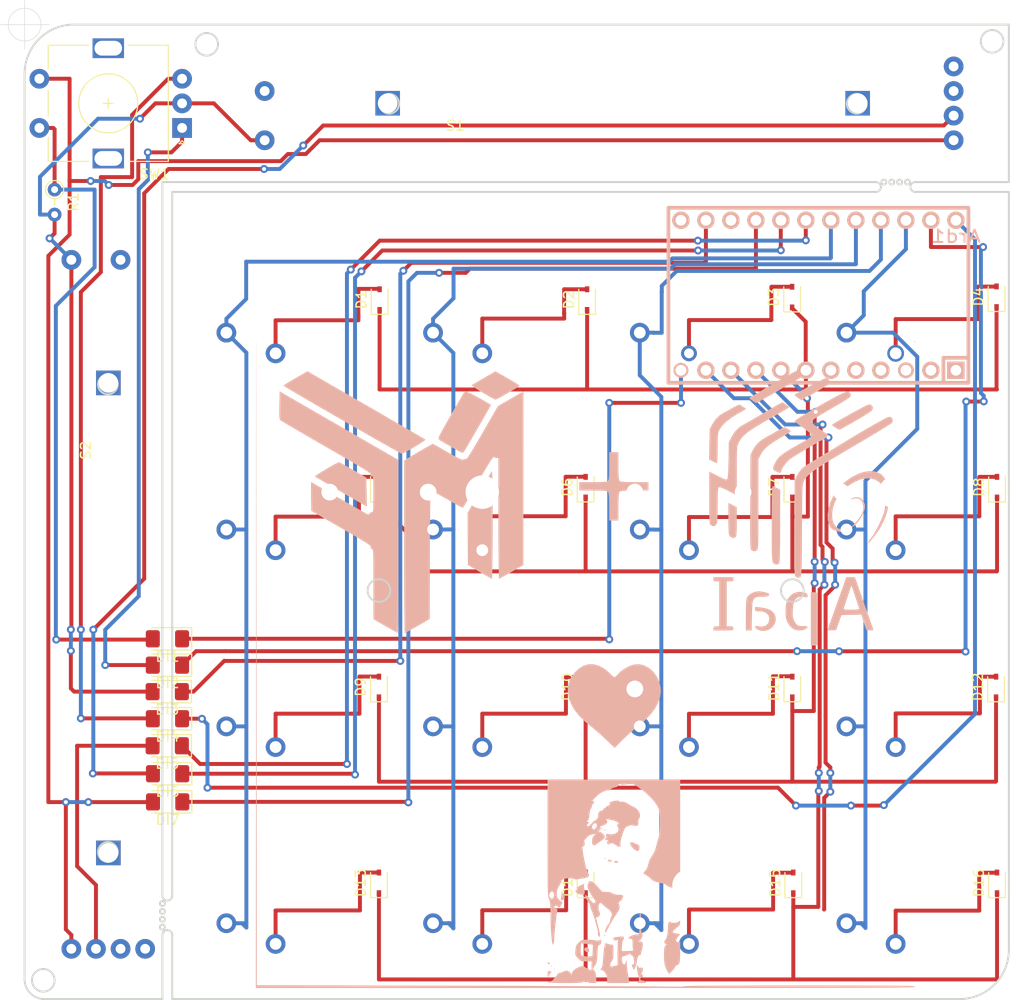
<source format=kicad_pcb>
(kicad_pcb (version 20171130) (host pcbnew "(5.1.0)-1")
  (layers (0 F.Cu signal) (31 B.Cu signal) (34 B.Paste user) (35 F.Paste user) (36 B.SilkS user) (37 F.SilkS user) (38 B.Mask user) (39 F.Mask user) (44 Edge.Cuts user))
  (net 0 "")
  (net 1 C4)
  (net 2 C3)
  (net 3 C2)
  (net 4 C1)
  (net 5 R2)
  (net 6 R1)
  (net 7 R3)
  (net 8 R4)
  (net 9 R5)
  (net 10 "Net-(Ard1-Pad1)")
  (net 11 "Net-(Ard1-Pad2)")
  (net 12 EnGNDC1)
  (net 13 "Net-(Ard1-Pad4)")
  (net 14 "Net-(Ard1-Pad5)")
  (net 15 "Net-(Ard1-Pad6)")
  (net 16 SwEn2)
  (net 17 "Net-(Ard1-Pad24)")
  (net 18 "Net-(Ard1-Pad22)")
  (net 19 S1)
  (net 20 S2)
  (net 21 S2-2)
  (net 22 EnPWMA)
  (net 23 EnPWMB)
  (net 24 "Net-(S1-Pad6)")
  (net 25 "Net-(S1-Pad4)")
  (net 26 "Net-(S1-Pad3)")
  (net 27 "Net-(S2-Pad3)")
  (net 28 "Net-(S2-Pad4)")
  (net 29 "Net-(S2-Pad6)")
  (net 30 "Net-(Ard1-Pad3)")
  (net 31 "Net-(D1-Pad2)")
  (net 32 "Net-(D2-Pad2)")
  (net 33 "Net-(D3-Pad2)")
  (net 34 "Net-(D4-Pad2)")
  (net 35 "Net-(D5-Pad2)")
  (net 36 "Net-(D6-Pad2)")
  (net 37 "Net-(D7-Pad2)")
  (net 38 "Net-(D8-Pad2)")
  (net 39 "Net-(D9-Pad2)")
  (net 40 "Net-(D10-Pad2)")
  (net 41 "Net-(D11-Pad2)")
  (net 42 "Net-(D12-Pad2)")
  (net 43 "Net-(D13-Pad2)")
  (net 44 "Net-(D14-Pad2)")
  (net 45 "Net-(D15-Pad2)")
  (net 46 "Net-(D16-Pad2)")
  (net 47 "Net-(DI1-Pad2)")
  (net 48 "Net-(DI2-Pad2)")
  (net 49 "Net-(DI4-Pad2)")
  (net 50 "Net-(DI5-Pad2)")
  (net 51 "Net-(DI6-Pad2)")
  (module Schematic2:AI_MF_D12MNeg (layer B.Cu) (at 87 95 180)
    (fp_text reference G*** hide)
    (fp_text value LOGO hide)
  )
  (module Keebio-Parts:Kailh-PG1350-1u-No-Clickhole-No-LED (layer F.Cu) (at 55.47 117.47)
    (fp_text reference U13)
    (fp_text value Kailhlowprofile hide)
    (pad "" np_thru_hole circle (at 0 0 180) (size 3.4 3.4) (drill 3.4) (layers *.Cu))
    (pad 1 thru_hole circle (at 0 5.9 180) (size 2 2) (drill 1.2) (layers *.Cu *.Mask) (net 43 "Net-(D13-Pad2)"))
    (pad 2 thru_hole circle (at -5 3.8 41.9) (size 2 2) (drill 1.2) (layers *.Cu *.Mask) (net 4 C1))
    (pad "" np_thru_hole circle (at -5.5 0 180) (size 1.7 1.7) (drill 1.7) (layers *.Cu))
    (pad "" np_thru_hole circle (at 5.5 0 180) (size 1.7 1.7) (drill 1.7) (layers *.Cu))
  )
  (module Keebio-Parts:Kailh-PG1350-1u-No-Clickhole-No-LED (layer F.Cu) (at 118.47 117.47)
    (fp_text reference U16)
    (fp_text value Kailhlowprofile hide)
    (pad "" np_thru_hole circle (at 0 0 180) (size 3.4 3.4) (drill 3.4) (layers *.Cu))
    (pad 1 thru_hole circle (at 0 5.9 180) (size 2 2) (drill 1.2) (layers *.Cu *.Mask) (net 46 "Net-(D16-Pad2)"))
    (pad 2 thru_hole circle (at -5 3.8 41.9) (size 2 2) (drill 1.2) (layers *.Cu *.Mask) (net 1 C4))
    (pad "" np_thru_hole circle (at -5.5 0 180) (size 1.7 1.7) (drill 1.7) (layers *.Cu))
    (pad "" np_thru_hole circle (at 5.5 0 180) (size 1.7 1.7) (drill 1.7) (layers *.Cu))
  )
  (module Keebio-Parts:Kailh-PG1350-1u-No-Clickhole-No-LED (layer F.Cu) (at 118.47 97.47)
    (fp_text reference U12)
    (fp_text value Kailhlowprofile hide)
    (pad "" np_thru_hole circle (at 0 0 180) (size 3.4 3.4) (drill 3.4) (layers *.Cu))
    (pad 1 thru_hole circle (at 0 5.9 180) (size 2 2) (drill 1.2) (layers *.Cu *.Mask) (net 42 "Net-(D12-Pad2)"))
    (pad 2 thru_hole circle (at -5 3.8 41.9) (size 2 2) (drill 1.2) (layers *.Cu *.Mask) (net 1 C4))
    (pad "" np_thru_hole circle (at -5.5 0 180) (size 1.7 1.7) (drill 1.7) (layers *.Cu))
    (pad "" np_thru_hole circle (at 5.5 0 180) (size 1.7 1.7) (drill 1.7) (layers *.Cu))
  )
  (module Keebio-Parts:Kailh-PG1350-1u-No-Clickhole-No-LED (layer F.Cu) (at 76.47 117.47)
    (fp_text reference U14)
    (fp_text value Kailhlowprofile hide)
    (pad "" np_thru_hole circle (at 0 0 180) (size 3.4 3.4) (drill 3.4) (layers *.Cu))
    (pad 1 thru_hole circle (at 0 5.9 180) (size 2 2) (drill 1.2) (layers *.Cu *.Mask) (net 44 "Net-(D14-Pad2)"))
    (pad 2 thru_hole circle (at -5 3.8 41.9) (size 2 2) (drill 1.2) (layers *.Cu *.Mask) (net 3 C2))
    (pad "" np_thru_hole circle (at -5.5 0 180) (size 1.7 1.7) (drill 1.7) (layers *.Cu))
    (pad "" np_thru_hole circle (at 5.5 0 180) (size 1.7 1.7) (drill 1.7) (layers *.Cu))
  )
  (module Keebio-Parts:Kailh-PG1350-1u-No-Clickhole-No-LED (layer F.Cu) (at 97.47 117.47)
    (fp_text reference U15)
    (fp_text value Kailhlowprofile hide)
    (pad "" np_thru_hole circle (at 0 0 180) (size 3.4 3.4) (drill 3.4) (layers *.Cu))
    (pad 1 thru_hole circle (at 0 5.9 180) (size 2 2) (drill 1.2) (layers *.Cu *.Mask) (net 45 "Net-(D15-Pad2)"))
    (pad 2 thru_hole circle (at -5 3.8 41.9) (size 2 2) (drill 1.2) (layers *.Cu *.Mask) (net 2 C3))
    (pad "" np_thru_hole circle (at -5.5 0 180) (size 1.7 1.7) (drill 1.7) (layers *.Cu))
    (pad "" np_thru_hole circle (at 5.5 0 180) (size 1.7 1.7) (drill 1.7) (layers *.Cu))
  )
  (module Keebio-Parts:Kailh-PG1350-1u-No-Clickhole-No-LED (layer F.Cu) (at 118.47 77.47)
    (fp_text reference U8)
    (fp_text value Kailhlowprofile hide)
    (pad "" np_thru_hole circle (at 0 0 180) (size 3.4 3.4) (drill 3.4) (layers *.Cu))
    (pad 1 thru_hole circle (at 0 5.9 180) (size 2 2) (drill 1.2) (layers *.Cu *.Mask) (net 38 "Net-(D8-Pad2)"))
    (pad 2 thru_hole circle (at -5 3.8 41.9) (size 2 2) (drill 1.2) (layers *.Cu *.Mask) (net 1 C4))
    (pad "" np_thru_hole circle (at -5.5 0 180) (size 1.7 1.7) (drill 1.7) (layers *.Cu))
    (pad "" np_thru_hole circle (at 5.5 0 180) (size 1.7 1.7) (drill 1.7) (layers *.Cu))
  )
  (module Keebio-Parts:Kailh-PG1350-1u-No-Clickhole-No-LED (layer F.Cu) (at 97.47 57.47)
    (fp_text reference U3)
    (fp_text value Kailhlowprofile hide)
    (pad "" np_thru_hole circle (at 0 0 180) (size 3.4 3.4) (drill 3.4) (layers *.Cu))
    (pad 1 thru_hole circle (at 0 5.9 180) (size 1.6 1.6) (drill 1) (layers *.Cu *.Mask) (net 33 "Net-(D3-Pad2)"))
    (pad 2 thru_hole circle (at -5 3.8 41.9) (size 2 2) (drill 1.2) (layers *.Cu *.Mask) (net 2 C3))
    (pad "" np_thru_hole circle (at -5.5 0 180) (size 1.7 1.7) (drill 1.7) (layers *.Cu))
    (pad "" np_thru_hole circle (at 5.5 0 180) (size 1.7 1.7) (drill 1.7) (layers *.Cu))
  )
  (module Keebio-Parts:Kailh-PG1350-1u-No-Clickhole-No-LED (layer F.Cu) (at 55.47 97.47)
    (fp_text reference U9)
    (fp_text value Kailhlowprofile hide)
    (pad "" np_thru_hole circle (at 0 0 180) (size 3.4 3.4) (drill 3.4) (layers *.Cu))
    (pad 1 thru_hole circle (at 0 5.9 180) (size 2 2) (drill 1.2) (layers *.Cu *.Mask) (net 39 "Net-(D9-Pad2)"))
    (pad 2 thru_hole circle (at -5 3.8 41.9) (size 2 2) (drill 1.2) (layers *.Cu *.Mask) (net 4 C1))
    (pad "" np_thru_hole circle (at -5.5 0 180) (size 1.7 1.7) (drill 1.7) (layers *.Cu))
    (pad "" np_thru_hole circle (at 5.5 0 180) (size 1.7 1.7) (drill 1.7) (layers *.Cu))
  )
  (module Rotary_Encoder:RotaryEncoder_Alps_EC11E-Switch_Vertical_H20mm (layer F.Cu) (at 45.97 40.47 180)
    (fp_text reference SW1 (at 2.8 -4.7 180) (layer F.SilkS))
    (fp_text value Rotary_Encoder_Switch)
    (pad S1 thru_hole circle (at 14.5 5 180) (size 2 2) (drill 1) (layers *.Cu *.Mask) (net 19 S1))
    (pad S2 thru_hole circle (at 14.5 0 180) (size 2 2) (drill 1) (layers *.Cu *.Mask) (net 47 "Net-(DI1-Pad2)"))
    (pad MP thru_hole rect (at 7.5 8.1 180) (size 3.2 2) (drill oval 2.8 1.5) (layers *.Cu *.Mask))
    (pad MP thru_hole rect (at 7.5 -3.1 180) (size 3.2 2) (drill oval 2.8 1.5) (layers *.Cu *.Mask))
    (pad B thru_hole circle (at 0 5 180) (size 2 2) (drill 1) (layers *.Cu *.Mask) (net 49 "Net-(DI4-Pad2)"))
    (pad C thru_hole circle (at 0 2.5 180) (size 2 2) (drill 1) (layers *.Cu *.Mask) (net 12 EnGNDC1))
    (pad A thru_hole rect (at 0 0 180) (size 2 2) (drill 1) (layers *.Cu *.Mask) (net 48 "Net-(DI2-Pad2)"))
  )
  (module Keebio-Parts:Kailh-PG1350-1u-No-Clickhole-No-LED (layer F.Cu) (at 55.47 77.47)
    (fp_text reference U5)
    (fp_text value Kailhlowprofile hide)
    (pad "" np_thru_hole circle (at 0 0 180) (size 3.4 3.4) (drill 3.4) (layers *.Cu))
    (pad 1 thru_hole circle (at 0 5.9 180) (size 2 2) (drill 1.2) (layers *.Cu *.Mask) (net 35 "Net-(D5-Pad2)"))
    (pad 2 thru_hole circle (at -5 3.8 41.9) (size 2 2) (drill 1.2) (layers *.Cu *.Mask) (net 4 C1))
    (pad "" np_thru_hole circle (at -5.5 0 180) (size 1.7 1.7) (drill 1.7) (layers *.Cu))
    (pad "" np_thru_hole circle (at 5.5 0 180) (size 1.7 1.7) (drill 1.7) (layers *.Cu))
  )
  (module Keebio-Parts:Kailh-PG1350-1u-No-Clickhole-No-LED (layer F.Cu) (at 97.47 97.47)
    (fp_text reference U11)
    (fp_text value Kailhlowprofile hide)
    (pad "" np_thru_hole circle (at 0 0 180) (size 3.4 3.4) (drill 3.4) (layers *.Cu))
    (pad 1 thru_hole circle (at 0 5.9 180) (size 2 2) (drill 1.2) (layers *.Cu *.Mask) (net 41 "Net-(D11-Pad2)"))
    (pad 2 thru_hole circle (at -5 3.8 41.9) (size 2 2) (drill 1.2) (layers *.Cu *.Mask) (net 2 C3))
    (pad "" np_thru_hole circle (at -5.5 0 180) (size 1.7 1.7) (drill 1.7) (layers *.Cu))
    (pad "" np_thru_hole circle (at 5.5 0 180) (size 1.7 1.7) (drill 1.7) (layers *.Cu))
  )
  (module Keebio-Parts:Kailh-PG1350-1u-No-Clickhole-No-LED (layer F.Cu) (at 55.47 57.47)
    (fp_text reference U1)
    (fp_text value Kailhlowprofile hide)
    (pad "" np_thru_hole circle (at 0 0 180) (size 3.4 3.4) (drill 3.4) (layers *.Cu))
    (pad 1 thru_hole circle (at 0 5.9 180) (size 2 2) (drill 1.2) (layers *.Cu *.Mask) (net 31 "Net-(D1-Pad2)"))
    (pad 2 thru_hole circle (at -5 3.8 41.9) (size 2 2) (drill 1.2) (layers *.Cu *.Mask) (net 4 C1))
    (pad "" np_thru_hole circle (at -5.5 0 180) (size 1.7 1.7) (drill 1.7) (layers *.Cu))
    (pad "" np_thru_hole circle (at 5.5 0 180) (size 1.7 1.7) (drill 1.7) (layers *.Cu))
  )
  (module Keebio-Parts:Kailh-PG1350-1u-No-Clickhole-No-LED (layer F.Cu) (at 76.47 97.47)
    (fp_text reference U10)
    (fp_text value Kailhlowprofile hide)
    (pad "" np_thru_hole circle (at 0 0 180) (size 3.4 3.4) (drill 3.4) (layers *.Cu))
    (pad 1 thru_hole circle (at 0 5.9 180) (size 2 2) (drill 1.2) (layers *.Cu *.Mask) (net 40 "Net-(D10-Pad2)"))
    (pad 2 thru_hole circle (at -5 3.8 41.9) (size 2 2) (drill 1.2) (layers *.Cu *.Mask) (net 3 C2))
    (pad "" np_thru_hole circle (at -5.5 0 180) (size 1.7 1.7) (drill 1.7) (layers *.Cu))
    (pad "" np_thru_hole circle (at 5.5 0 180) (size 1.7 1.7) (drill 1.7) (layers *.Cu))
  )
  (module Diode_SMD:D_1206_3216Metric_Pad1.42x1.75mm_HandSolder (layer F.Cu) (at 44.4825 100.49 180)
    (fp_text reference DI4 (at 0 -1.82 180) (layer F.SilkS))
    (fp_text value 1N4448WS)
    (pad 2 smd roundrect (at 1.4875 0 180) (size 1.425 1.75) (layers F.Cu F.Paste F.Mask) (roundrect_rratio 0.175439) (net 49 "Net-(DI4-Pad2)"))
    (pad 1 smd roundrect (at -1.4875 0 180) (size 1.425 1.75) (layers F.Cu F.Paste F.Mask) (roundrect_rratio 0.175439) (net 23 EnPWMB))
  )
  (module Diode_SMD:D_1206_3216Metric_Pad1.42x1.75mm_HandSolder (layer F.Cu) (at 44.5025 108.94 180)
    (fp_text reference DI7 (at 0 -1.82 180) (layer F.SilkS))
    (fp_text value 1N4448WS)
    (pad 2 smd roundrect (at 1.4875 0 180) (size 1.425 1.75) (layers F.Cu F.Paste F.Mask) (roundrect_rratio 0.175439) (net 19 S1))
    (pad 1 smd roundrect (at -1.4875 0 180) (size 1.425 1.75) (layers F.Cu F.Paste F.Mask) (roundrect_rratio 0.175439) (net 19 S1))
  )
  (module Diode_SMD:D_1206_3216Metric_Pad1.42x1.75mm_HandSolder (layer F.Cu) (at 44.4625 103.24 180)
    (fp_text reference DI5 (at 0 -1.82 180) (layer F.SilkS))
    (fp_text value 1N4448WS)
    (pad 2 smd roundrect (at 1.4875 0 180) (size 1.425 1.75) (layers F.Cu F.Paste F.Mask) (roundrect_rratio 0.175439) (net 50 "Net-(DI5-Pad2)"))
    (pad 1 smd roundrect (at -1.4875 0 180) (size 1.425 1.75) (layers F.Cu F.Paste F.Mask) (roundrect_rratio 0.175439) (net 21 S2-2))
  )
  (module Diode_SMD:D_1206_3216Metric_Pad1.42x1.75mm_HandSolder (layer F.Cu) (at 44.4975 106.08 180)
    (fp_text reference DI6 (at 0 -1.82 180) (layer F.SilkS))
    (fp_text value 1N4448WS)
    (pad 2 smd roundrect (at 1.4875 0 180) (size 1.425 1.75) (layers F.Cu F.Paste F.Mask) (roundrect_rratio 0.175439) (net 51 "Net-(DI6-Pad2)"))
    (pad 1 smd roundrect (at -1.4875 0 180) (size 1.425 1.75) (layers F.Cu F.Paste F.Mask) (roundrect_rratio 0.175439) (net 20 S2))
  )
  (module Keebio-Parts:Kailh-PG1350-1u-No-Clickhole-No-LED (layer F.Cu) (at 118.47 57.47)
    (fp_text reference U4)
    (fp_text value Kailhlowprofile hide)
    (pad "" np_thru_hole circle (at 0 0 180) (size 3.4 3.4) (drill 3.4) (layers *.Cu))
    (pad 1 thru_hole circle (at 0 5.9 180) (size 1.7 1.7) (drill 1.2) (layers *.Cu *.Mask) (net 34 "Net-(D4-Pad2)"))
    (pad 2 thru_hole circle (at -5 3.8 41.9) (size 2 2) (drill 1.2) (layers *.Cu *.Mask) (net 1 C4))
    (pad "" np_thru_hole circle (at -5.5 0 180) (size 1.7 1.7) (drill 1.7) (layers *.Cu))
    (pad "" np_thru_hole circle (at 5.5 0 180) (size 1.7 1.7) (drill 1.7) (layers *.Cu))
  )
  (module Keebio-Parts:Kailh-PG1350-1u-No-Clickhole-No-LED (layer F.Cu) (at 97.47 77.47)
    (fp_text reference U7)
    (fp_text value Kailhlowprofile hide)
    (pad "" np_thru_hole circle (at 0 0 180) (size 3.4 3.4) (drill 3.4) (layers *.Cu))
    (pad 1 thru_hole circle (at 0 5.9 180) (size 2 2) (drill 1.2) (layers *.Cu *.Mask) (net 37 "Net-(D7-Pad2)"))
    (pad 2 thru_hole circle (at -5 3.8 41.9) (size 2 2) (drill 1.2) (layers *.Cu *.Mask) (net 2 C3))
    (pad "" np_thru_hole circle (at -5.5 0 180) (size 1.7 1.7) (drill 1.7) (layers *.Cu))
    (pad "" np_thru_hole circle (at 5.5 0 180) (size 1.7 1.7) (drill 1.7) (layers *.Cu))
  )
  (module Keebio-Parts:Kailh-PG1350-1u-No-Clickhole-No-LED (layer F.Cu) (at 76.47 77.47)
    (fp_text reference U6)
    (fp_text value Kailhlowprofile hide)
    (pad "" np_thru_hole circle (at 0 0 180) (size 3.4 3.4) (drill 3.4) (layers *.Cu))
    (pad 1 thru_hole circle (at 0 5.9 180) (size 2 2) (drill 1.2) (layers *.Cu *.Mask) (net 36 "Net-(D6-Pad2)"))
    (pad 2 thru_hole circle (at -5 3.8 41.9) (size 2 2) (drill 1.2) (layers *.Cu *.Mask) (net 3 C2))
    (pad "" np_thru_hole circle (at -5.5 0 180) (size 1.7 1.7) (drill 1.7) (layers *.Cu))
    (pad "" np_thru_hole circle (at 5.5 0 180) (size 1.7 1.7) (drill 1.7) (layers *.Cu))
  )
  (module Resistor_THT:R_Axial_DIN0204_L3.6mm_D1.6mm_P2.54mm_Vertical (layer F.Cu) (at 33.018 46.734 270)
    (fp_text reference R1 (at 1.27 -1.92 270) (layer F.SilkS))
    (fp_text value R)
    (pad 1 thru_hole circle (at 0 0 270) (size 1.4 1.4) (drill 0.7) (layers *.Cu *.Mask) (net 47 "Net-(DI1-Pad2)"))
    (pad 2 thru_hole oval (at 2.54 0 270) (size 1.4 1.4) (drill 0.7) (layers *.Cu *.Mask) (net 12 EnGNDC1))
  )
  (module alps_slider:ALPS-Slider (layer F.Cu) (at 38.48 66.37 90)
    (fp_text reference S2 (at -6.858 -2.286 90) (layer F.SilkS))
    (fp_text value Slider_ALPS)
    (fp_circle (center -47.658001 -0.050976) (end -48.658001 -0.050976) (layer Edge.Cuts) (width 0.2))
    (fp_circle (center -0.158001 -0.050976) (end -1.158001 -0.050976) (layer Edge.Cuts) (width 0.2))
    (pad Hole1 thru_hole rect (at -47.752 0 90) (size 2.5 2.5) (drill oval 2) (layers *.Cu *.Mask))
    (pad 6 thru_hole circle (at 12.5 1.24 90) (size 2 2) (drill 1) (layers *.Cu *.Mask) (net 29 "Net-(S2-Pad6)"))
    (pad 5 thru_hole circle (at 12.5 -3.76 90) (size 2 2) (drill 1) (layers *.Cu *.Mask) (net 12 EnGNDC1))
    (pad 4 thru_hole circle (at -57.5 3.74 90) (size 2 2) (drill 1) (layers *.Cu *.Mask) (net 28 "Net-(S2-Pad4)"))
    (pad 3 thru_hole circle (at -57.5 1.24 90) (size 2 2) (drill 1) (layers *.Cu *.Mask) (net 27 "Net-(S2-Pad3)"))
    (pad 2 thru_hole circle (at -57.5 -1.26 90) (size 2 2) (drill 1) (layers *.Cu *.Mask) (net 50 "Net-(DI5-Pad2)"))
    (pad 1 thru_hole circle (at -57.5 -3.76 90) (size 2 2) (drill 1) (layers *.Cu *.Mask) (net 19 S1))
    (pad Hole1 thru_hole rect (at 0 0 90) (size 2.5 2.5) (drill oval 2) (layers *.Cu *.Mask))
  )
  (module Keebio-Parts:Kailh-PG1350-1u-No-Clickhole-No-LED (layer F.Cu) (at 76.47 57.47)
    (fp_text reference U2)
    (fp_text value Kailhlowprofile hide)
    (pad "" np_thru_hole circle (at 0 0 180) (size 3.4 3.4) (drill 3.4) (layers *.Cu))
    (pad 1 thru_hole circle (at 0 5.9 180) (size 2 2) (drill 1.2) (layers *.Cu *.Mask) (net 32 "Net-(D2-Pad2)"))
    (pad 2 thru_hole circle (at -5 3.8 41.9) (size 2 2) (drill 1.2) (layers *.Cu *.Mask) (net 3 C2))
    (pad "" np_thru_hole circle (at -5.5 0 180) (size 1.7 1.7) (drill 1.7) (layers *.Cu))
    (pad "" np_thru_hole circle (at 5.5 0 180) (size 1.7 1.7) (drill 1.7) (layers *.Cu))
  )
  (module Diode_SMD:D_SOD-323 (layer F.Cu) (at 66.038 57.91 90)
    (fp_text reference D1 (at 0 -1.85 90) (layer F.SilkS))
    (fp_text value 1N4148WS)
    (pad 2 smd rect (at 1.05 0 90) (size 0.6 0.45) (layers F.Cu F.Paste F.Mask) (net 31 "Net-(D1-Pad2)"))
    (pad 1 smd rect (at -1.05 0 90) (size 0.6 0.45) (layers F.Cu F.Paste F.Mask) (net 6 R1))
  )
  (module Diode_SMD:D_SOD-323 (layer F.Cu) (at 128.72 57.62 90)
    (fp_text reference D4 (at 0 -1.85 90) (layer F.SilkS))
    (fp_text value 1N4148WS)
    (pad 2 smd rect (at 1.05 0 90) (size 0.6 0.45) (layers F.Cu F.Paste F.Mask) (net 34 "Net-(D4-Pad2)"))
    (pad 1 smd rect (at -1.05 0 90) (size 0.6 0.45) (layers F.Cu F.Paste F.Mask) (net 6 R1))
  )
  (module Diode_SMD:D_SOD-323 (layer F.Cu) (at 87.12 57.91 90)
    (fp_text reference D2 (at 0 -1.85 90) (layer F.SilkS))
    (fp_text value 1N4148WS)
    (pad 2 smd rect (at 1.05 0 90) (size 0.6 0.45) (layers F.Cu F.Paste F.Mask) (net 32 "Net-(D2-Pad2)"))
    (pad 1 smd rect (at -1.05 0 90) (size 0.6 0.45) (layers F.Cu F.Paste F.Mask) (net 6 R1))
  )
  (module keebs:Pro_Micro (layer B.Cu) (at 124.59 49.85 180)
    (fp_text reference Ard1 (at 0 -1.625 180) (layer B.SilkS) (effects (font (size 1.27 1.524) (thickness 0.2032)) (justify mirror)))
    (fp_text value ProMicro hide)
    (pad 13 thru_hole circle (at 0 0 180) (size 1.7526 1.7526) (drill 1.0922) (layers *.Cu *.SilkS *.Mask) (net 23 EnPWMB))
    (pad 14 thru_hole circle (at 2.54 0 180) (size 1.7526 1.7526) (drill 1.0922) (layers *.Cu *.SilkS *.Mask) (net 22 EnPWMA))
    (pad 15 thru_hole circle (at 5.08 0 180) (size 1.7526 1.7526) (drill 1.0922) (layers *.Cu *.SilkS *.Mask) (net 1 C4))
    (pad 16 thru_hole circle (at 7.62 0 180) (size 1.7526 1.7526) (drill 1.0922) (layers *.Cu *.SilkS *.Mask) (net 2 C3))
    (pad 17 thru_hole circle (at 10.16 0 180) (size 1.7526 1.7526) (drill 1.0922) (layers *.Cu *.SilkS *.Mask) (net 3 C2))
    (pad 18 thru_hole circle (at 12.7 0 180) (size 1.7526 1.7526) (drill 1.0922) (layers *.Cu *.SilkS *.Mask) (net 4 C1))
    (pad 19 thru_hole circle (at 15.24 0 180) (size 1.7526 1.7526) (drill 1.0922) (layers *.Cu *.SilkS *.Mask) (net 21 S2-2))
    (pad 20 thru_hole circle (at 17.78 0 180) (size 1.7526 1.7526) (drill 1.0922) (layers *.Cu *.SilkS *.Mask) (net 20 S2))
    (pad 21 thru_hole circle (at 20.32 0 180) (size 1.7526 1.7526) (drill 1.0922) (layers *.Cu *.SilkS *.Mask) (net 19 S1))
    (pad 22 thru_hole circle (at 22.86 0 180) (size 1.7526 1.7526) (drill 1.0922) (layers *.Cu *.SilkS *.Mask) (net 18 "Net-(Ard1-Pad22)"))
    (pad 23 thru_hole circle (at 25.4 0 180) (size 1.7526 1.7526) (drill 1.0922) (layers *.Cu *.SilkS *.Mask) (net 12 EnGNDC1))
    (pad 24 thru_hole circle (at 27.94 0 180) (size 1.7526 1.7526) (drill 1.0922) (layers *.Cu *.SilkS *.Mask) (net 17 "Net-(Ard1-Pad24)"))
    (pad 12 thru_hole circle (at 27.94 -15.24 180) (size 1.5 1.5) (drill 1.0922) (layers *.Cu *.SilkS *.Mask) (net 16 SwEn2))
    (pad 11 thru_hole circle (at 25.4 -15.24 180) (size 1.7526 1.7526) (drill 1.0922) (layers *.Cu *.SilkS *.Mask) (net 9 R5))
    (pad 10 thru_hole circle (at 22.86 -15.24 180) (size 1.7526 1.7526) (drill 1.0922) (layers *.Cu *.SilkS *.Mask) (net 8 R4))
    (pad 9 thru_hole circle (at 20.32 -15.24 180) (size 1.7526 1.7526) (drill 1.0922) (layers *.Cu *.SilkS *.Mask) (net 7 R3))
    (pad 8 thru_hole circle (at 17.78 -15.24 180) (size 1.7526 1.7526) (drill 1.0922) (layers *.Cu *.SilkS *.Mask) (net 5 R2))
    (pad 7 thru_hole circle (at 15.24 -15.24 180) (size 1.7526 1.7526) (drill 1.0922) (layers *.Cu *.SilkS *.Mask) (net 6 R1))
    (pad 6 thru_hole circle (at 12.7 -15.24 180) (size 1.7526 1.7526) (drill 1.0922) (layers *.Cu *.SilkS *.Mask) (net 15 "Net-(Ard1-Pad6)"))
    (pad 5 thru_hole circle (at 10.16 -15.24 180) (size 1.7526 1.7526) (drill 1.0922) (layers *.Cu *.SilkS *.Mask) (net 14 "Net-(Ard1-Pad5)"))
    (pad 4 thru_hole circle (at 7.62 -15.24 180) (size 1.7526 1.7526) (drill 1.0922) (layers *.Cu *.SilkS *.Mask) (net 13 "Net-(Ard1-Pad4)"))
    (pad 3 thru_hole circle (at 5.08 -15.24 180) (size 1.6 1.6) (drill 1.0922) (layers *.Cu *.SilkS *.Mask) (net 30 "Net-(Ard1-Pad3)"))
    (pad 2 thru_hole circle (at 2.54 -15.24 180) (size 1.7526 1.7526) (drill 1.0922) (layers *.Cu *.SilkS *.Mask) (net 11 "Net-(Ard1-Pad2)"))
    (pad 1 thru_hole rect (at 0 -15.24 180) (size 1.7526 1.7526) (drill 1.0922) (layers *.Cu *.SilkS *.Mask) (net 10 "Net-(Ard1-Pad1)"))
  )
  (module Diode_SMD:D_SOD-323 (layer F.Cu) (at 107.948 57.656 90)
    (fp_text reference D3 (at 0 -1.85 90) (layer F.SilkS))
    (fp_text value 1N4148WS)
    (pad 2 smd rect (at 1.05 0 90) (size 0.6 0.45) (layers F.Cu F.Paste F.Mask) (net 33 "Net-(D3-Pad2)"))
    (pad 1 smd rect (at -1.05 0 90) (size 0.6 0.45) (layers F.Cu F.Paste F.Mask) (net 6 R1))
  )
  (module Diode_SMD:D_SOD-323 (layer F.Cu) (at 65.97 76.97 90)
    (fp_text reference D5 (at 0 -1.85 90) (layer F.SilkS))
    (fp_text value 1N4148WS)
    (pad 2 smd rect (at 1.05 0 90) (size 0.6 0.45) (layers F.Cu F.Paste F.Mask) (net 35 "Net-(D5-Pad2)"))
    (pad 1 smd rect (at -1.05 0 90) (size 0.6 0.45) (layers F.Cu F.Paste F.Mask) (net 5 R2))
  )
  (module Diode_SMD:D_1206_3216Metric_Pad1.42x1.75mm_HandSolder (layer F.Cu) (at 44.4625 97.74 180)
    (fp_text reference DI3 (at 0 -1.82 180) (layer F.SilkS))
    (fp_text value 1N4448WS)
    (pad 2 smd roundrect (at 1.4875 0 180) (size 1.425 1.75) (layers F.Cu F.Paste F.Mask) (roundrect_rratio 0.175439) (net 12 EnGNDC1))
    (pad 1 smd roundrect (at -1.4875 0 180) (size 1.425 1.75) (layers F.Cu F.Paste F.Mask) (roundrect_rratio 0.175439) (net 12 EnGNDC1))
  )
  (module Diode_SMD:D_SOD-323 (layer F.Cu) (at 107.97 97.27 90)
    (fp_text reference D11 (at 0 -1.85 90) (layer F.SilkS))
    (fp_text value 1N4148WS)
    (pad 2 smd rect (at 1.05 0 90) (size 0.6 0.45) (layers F.Cu F.Paste F.Mask) (net 41 "Net-(D11-Pad2)"))
    (pad 1 smd rect (at -1.05 0 90) (size 0.6 0.45) (layers F.Cu F.Paste F.Mask) (net 7 R3))
  )
  (module Diode_SMD:D_SOD-323 (layer F.Cu) (at 128.77 117.17 90)
    (fp_text reference D16 (at 0 -1.85 90) (layer F.SilkS))
    (fp_text value 1N4148WS)
    (pad 2 smd rect (at 1.05 0 90) (size 0.6 0.45) (layers F.Cu F.Paste F.Mask) (net 46 "Net-(D16-Pad2)"))
    (pad 1 smd rect (at -1.05 0 90) (size 0.6 0.45) (layers F.Cu F.Paste F.Mask) (net 8 R4))
  )
  (module Diode_SMD:D_SOD-323 (layer F.Cu) (at 65.97 117.17 90)
    (fp_text reference D13 (at 0 -1.85 90) (layer F.SilkS))
    (fp_text value 1N4148WS)
    (pad 2 smd rect (at 1.05 0 90) (size 0.6 0.45) (layers F.Cu F.Paste F.Mask) (net 43 "Net-(D13-Pad2)"))
    (pad 1 smd rect (at -1.05 0 90) (size 0.6 0.45) (layers F.Cu F.Paste F.Mask) (net 8 R4))
  )
  (module Diode_SMD:D_SOD-323 (layer F.Cu) (at 107.97 76.97 90)
    (fp_text reference D7 (at 0 -1.85 90) (layer F.SilkS))
    (fp_text value 1N4148WS)
    (pad 2 smd rect (at 1.05 0 90) (size 0.6 0.45) (layers F.Cu F.Paste F.Mask) (net 37 "Net-(D7-Pad2)"))
    (pad 1 smd rect (at -1.05 0 90) (size 0.6 0.45) (layers F.Cu F.Paste F.Mask) (net 5 R2))
  )
  (module Diode_SMD:D_SOD-323 (layer F.Cu) (at 65.97 97.27 90)
    (fp_text reference D9 (at 0 -1.85 90) (layer F.SilkS))
    (fp_text value 1N4148WS)
    (pad 2 smd rect (at 1.05 0 90) (size 0.6 0.45) (layers F.Cu F.Paste F.Mask) (net 39 "Net-(D9-Pad2)"))
    (pad 1 smd rect (at -1.05 0 90) (size 0.6 0.45) (layers F.Cu F.Paste F.Mask) (net 7 R3))
  )
  (module Diode_SMD:D_SOD-323 (layer F.Cu) (at 86.97 117.17 90)
    (fp_text reference D14 (at 0 -1.85 90) (layer F.SilkS))
    (fp_text value 1N4148WS)
    (pad 2 smd rect (at 1.05 0 90) (size 0.6 0.45) (layers F.Cu F.Paste F.Mask) (net 44 "Net-(D14-Pad2)"))
    (pad 1 smd rect (at -1.05 0 90) (size 0.6 0.45) (layers F.Cu F.Paste F.Mask) (net 8 R4))
  )
  (module Diode_SMD:D_SOD-323 (layer F.Cu) (at 86.97 76.97 90)
    (fp_text reference D6 (at 0 -1.85 90) (layer F.SilkS))
    (fp_text value 1N4148WS)
    (pad 2 smd rect (at 1.05 0 90) (size 0.6 0.45) (layers F.Cu F.Paste F.Mask) (net 36 "Net-(D6-Pad2)"))
    (pad 1 smd rect (at -1.05 0 90) (size 0.6 0.45) (layers F.Cu F.Paste F.Mask) (net 5 R2))
  )
  (module Diode_SMD:D_SOD-323 (layer F.Cu) (at 108.07 117.17 90)
    (fp_text reference D15 (at 0 -1.85 90) (layer F.SilkS))
    (fp_text value 1N4148WS)
    (pad 2 smd rect (at 1.05 0 90) (size 0.6 0.45) (layers F.Cu F.Paste F.Mask) (net 45 "Net-(D15-Pad2)"))
    (pad 1 smd rect (at -1.05 0 90) (size 0.6 0.45) (layers F.Cu F.Paste F.Mask) (net 8 R4))
  )
  (module Diode_SMD:D_SOD-323 (layer F.Cu) (at 128.77 76.97 90)
    (fp_text reference D8 (at 0 -1.85 90) (layer F.SilkS))
    (fp_text value 1N4148WS)
    (pad 2 smd rect (at 1.05 0 90) (size 0.6 0.45) (layers F.Cu F.Paste F.Mask) (net 38 "Net-(D8-Pad2)"))
    (pad 1 smd rect (at -1.05 0 90) (size 0.6 0.45) (layers F.Cu F.Paste F.Mask) (net 5 R2))
  )
  (module Diode_SMD:D_SOD-323 (layer F.Cu) (at 128.67 97.27 90)
    (fp_text reference D12 (at 0 -1.85 90) (layer F.SilkS))
    (fp_text value 1N4148WS)
    (pad 2 smd rect (at 1.05 0 90) (size 0.6 0.45) (layers F.Cu F.Paste F.Mask) (net 42 "Net-(D12-Pad2)"))
    (pad 1 smd rect (at -1.05 0 90) (size 0.6 0.45) (layers F.Cu F.Paste F.Mask) (net 7 R3))
  )
  (module Diode_SMD:D_SOD-323 (layer F.Cu) (at 86.97 97.27 90)
    (fp_text reference D10 (at 0 -1.85 90) (layer F.SilkS))
    (fp_text value 1N4148WS)
    (pad 2 smd rect (at 1.05 0 90) (size 0.6 0.45) (layers F.Cu F.Paste F.Mask) (net 40 "Net-(D10-Pad2)"))
    (pad 1 smd rect (at -1.05 0 90) (size 0.6 0.45) (layers F.Cu F.Paste F.Mask) (net 7 R3))
  )
  (module Diode_SMD:D_1206_3216Metric_Pad1.42x1.75mm_HandSolder (layer F.Cu) (at 44.4825 95.05 180)
    (fp_text reference DI2 (at 0 -1.82 180) (layer F.SilkS))
    (fp_text value 1N4448WS)
    (pad 2 smd roundrect (at 1.4875 0 180) (size 1.425 1.75) (layers F.Cu F.Paste F.Mask) (roundrect_rratio 0.175439) (net 48 "Net-(DI2-Pad2)"))
    (pad 1 smd roundrect (at -1.4875 0 180) (size 1.425 1.75) (layers F.Cu F.Paste F.Mask) (roundrect_rratio 0.175439) (net 22 EnPWMA))
  )
  (module Diode_SMD:D_1206_3216Metric_Pad1.42x1.75mm_HandSolder (layer F.Cu) (at 44.4825 92.37 180)
    (fp_text reference DI1 (at 0 -1.82 180) (layer F.SilkS))
    (fp_text value 1N4448WS)
    (pad 2 smd roundrect (at 1.4875 0 180) (size 1.425 1.75) (layers F.Cu F.Paste F.Mask) (roundrect_rratio 0.175439) (net 47 "Net-(DI1-Pad2)"))
    (pad 1 smd roundrect (at -1.4875 0 180) (size 1.425 1.75) (layers F.Cu F.Paste F.Mask) (roundrect_rratio 0.175439) (net 16 SwEn2))
  )
  (module alps_slider:ALPS-Slider (layer F.Cu) (at 66.86 37.96 180)
    (fp_text reference S1 (at -6.858 -2.286 180) (layer F.SilkS))
    (fp_text value Slider_ALPS)
    (fp_circle (center -47.658001 -0.050976) (end -48.658001 -0.050976) (layer Edge.Cuts) (width 0.2))
    (fp_circle (center -0.158001 -0.050976) (end -1.158001 -0.050976) (layer Edge.Cuts) (width 0.2))
    (pad Hole1 thru_hole rect (at -47.752 0 180) (size 2.5 2.5) (drill oval 2) (layers *.Cu *.Mask))
    (pad 6 thru_hole circle (at 12.5 1.24 180) (size 2 2) (drill 1) (layers *.Cu *.Mask) (net 24 "Net-(S1-Pad6)"))
    (pad 5 thru_hole circle (at 12.5 -3.76 180) (size 2 2) (drill 1) (layers *.Cu *.Mask) (net 12 EnGNDC1))
    (pad 4 thru_hole circle (at -57.5 3.74 180) (size 2 2) (drill 1) (layers *.Cu *.Mask) (net 25 "Net-(S1-Pad4)"))
    (pad 3 thru_hole circle (at -57.5 1.24 180) (size 2 2) (drill 1) (layers *.Cu *.Mask) (net 26 "Net-(S1-Pad3)"))
    (pad 2 thru_hole circle (at -57.5 -1.26 180) (size 2 2) (drill 1) (layers *.Cu *.Mask) (net 51 "Net-(DI6-Pad2)"))
    (pad 1 thru_hole circle (at -57.5 -3.76 180) (size 2 2) (drill 1) (layers *.Cu *.Mask) (net 19 S1))
    (pad Hole1 thru_hole rect (at 0 0 180) (size 2.5 2.5) (drill oval 2) (layers *.Cu *.Mask))
  )
  (target plus (at 29.97 29.97) (size 5) (width 0.05) (layer Edge.Cuts))
  (gr_arc (start 44.469999 118.47) (end 43.969999 118.47) (angle -180) (layer Edge.Cuts) (width 0.2))
  (gr_line (start 120.469999 45.97) (end 129.97 45.97) (layer Edge.Cuts) (width 0.2))
  (gr_line (start 43.97 45.97) (end 43.969999 118.47) (layer Edge.Cuts) (width 0.2))
  (gr_arc (start 44.469999 122.47) (end 44.969999 122.47) (angle -180) (layer Edge.Cuts) (width 0.2))
  (gr_arc (start 116.47 46.47) (end 116.47 46.97) (angle -180) (layer Edge.Cuts) (width 0.2))
  (gr_line (start 43.969999 122.47) (end 43.969999 128.97) (layer Edge.Cuts) (width 0.2))
  (gr_line (start 44.969999 122.47) (end 44.969999 128.97) (layer Edge.Cuts) (width 0.2))
  (gr_line (start 44.969999 128.97) (end 124.97 128.97) (layer Edge.Cuts) (width 0.2))
  (gr_line (start 43.97 45.97) (end 116.469999 45.97) (layer Edge.Cuts) (width 0.2))
  (gr_line (start 44.97 46.969999) (end 116.469999 46.97) (layer Edge.Cuts) (width 0.2))
  (gr_line (start 120.469999 46.97) (end 129.97 46.97) (layer Edge.Cuts) (width 0.2))
  (gr_arc (start 120.469999 46.47) (end 120.469999 45.97) (angle -180) (layer Edge.Cuts) (width 0.2))
  (gr_line (start 44.97 46.969999) (end 44.969999 118.47) (layer Edge.Cuts) (width 0.2))
  (gr_circle (center 119.669999 45.969999) (end 119.919999 45.969999) (layer Edge.Cuts) (width 0.2))
  (gr_circle (center 118.869999 45.969999) (end 119.119999 45.969999) (layer Edge.Cuts) (width 0.2))
  (gr_circle (center 118.069999 45.969999) (end 118.319999 45.969999) (layer Edge.Cuts) (width 0.2))
  (gr_circle (center 117.269999 45.97) (end 117.519999 45.97) (layer Edge.Cuts) (width 0.2))
  (gr_circle (center 43.969999 119.27) (end 44.219999 119.27) (layer Edge.Cuts) (width 0.2))
  (gr_circle (center 43.969999 120.07) (end 44.219999 120.07) (layer Edge.Cuts) (width 0.2))
  (gr_circle (center 43.969999 120.87) (end 44.219999 120.87) (layer Edge.Cuts) (width 0.2))
  (gr_circle (center 43.969999 121.67) (end 44.219999 121.67) (layer Edge.Cuts) (width 0.2))
  (gr_circle (center 107.969999 87.469999) (end 109.119999 87.469999) (layer Edge.Cuts) (width 0.2))
  (gr_line (start 129.97 45.97) (end 129.97 29.97) (layer Edge.Cuts) (width 0.2))
  (gr_line (start 129.97 29.97) (end 34.97 29.97) (layer Edge.Cuts) (width 0.2))
  (gr_line (start 31.97 128.969999) (end 43.97 128.97) (layer Edge.Cuts) (width 0.2))
  (gr_arc (start 31.97 126.969999) (end 29.97 126.969999) (angle -90) (layer Edge.Cuts) (width 0.2))
  (gr_line (start 29.97 34.97) (end 29.97 126.969999) (layer Edge.Cuts) (width 0.2))
  (gr_arc (start 34.97 34.97) (end 34.97 29.97) (angle -90) (layer Edge.Cuts) (width 0.2))
  (gr_line (start 129.97 123.97) (end 129.97 46.97) (layer Edge.Cuts) (width 0.2))
  (gr_arc (start 124.97 123.97) (end 124.97 128.97) (angle -90) (layer Edge.Cuts) (width 0.2))
  (gr_circle (center 65.969999 87.469999) (end 67.119999 87.469999) (layer Edge.Cuts) (width 0.2))
  (gr_circle (center 128.27 31.669999) (end 129.42 31.669999) (layer Edge.Cuts) (width 0.2))
  (gr_circle (center 48.469999 31.97) (end 49.619999 31.97) (layer Edge.Cuts) (width 0.2))
  (gr_circle (center 31.87 127.069999) (end 33.02 127.069999) (layer Edge.Cuts) (width 0.2))
  (segment (start 113.47 101.27) (end 115.4 101.27) (width 0.4) (layer B.Cu) (net 1))
  (segment (start 113.47 121.27) (end 114.884213 121.27) (width 0.4) (layer B.Cu) (net 1))
  (segment (start 113.47 81.27) (end 115.4 81.27) (width 0.4) (layer B.Cu) (net 1))
  (segment (start 115.4 76.31) (end 115.4 121.27) (width 0.4) (layer B.Cu) (net 1))
  (segment (start 119.51 52.780002) (end 115.230002 57.06) (width 0.4) (layer B.Cu) (net 1))
  (segment (start 119.51 49.85) (end 119.51 52.780002) (width 0.4) (layer B.Cu) (net 1))
  (segment (start 120.660001 71.049999) (end 115.4 76.31) (width 0.4) (layer B.Cu) (net 1))
  (segment (start 118.220002 61.27) (end 120.660001 63.709999) (width 0.4) (layer B.Cu) (net 1))
  (segment (start 115.230002 59.509998) (end 113.47 61.27) (width 0.4) (layer B.Cu) (net 1))
  (segment (start 113.47 61.27) (end 118.220002 61.27) (width 0.4) (layer B.Cu) (net 1))
  (segment (start 120.660001 63.709999) (end 120.660001 71.049999) (width 0.4) (layer B.Cu) (net 1))
  (segment (start 115.230002 57.06) (end 115.230002 59.509998) (width 0.4) (layer B.Cu) (net 1))
  (segment (start 115.4 121.72) (end 114.95 121.27) (width 0.4) (layer B.Cu) (net 1))
  (segment (start 115.4 121.75) (end 115.4 121.72) (width 0.4) (layer B.Cu) (net 1))
  (segment (start 114.95 121.27) (end 115.4 121.27) (width 0.4) (layer B.Cu) (net 1))
  (segment (start 114.884213 121.27) (end 114.95 121.27) (width 0.4) (layer B.Cu) (net 1))
  (segment (start 115.4 121.27) (end 115.4 121.75) (width 0.4) (layer B.Cu) (net 1))
  (segment (start 94.66 121.19) (end 94.66 101.23) (width 0.4) (layer B.Cu) (net 2))
  (segment (start 94.7 61.28) (end 94.7 57.131998) (width 0.4) (layer B.Cu) (net 2))
  (segment (start 92.47 65.6) (end 92.47 61.27) (width 0.4) (layer B.Cu) (net 2))
  (segment (start 94.62 101.27) (end 94.66 101.23) (width 0.4) (layer B.Cu) (net 2))
  (segment (start 115.81 55) (end 116.97 53.84) (width 0.4) (layer B.Cu) (net 2))
  (segment (start 96.22 55) (end 115.81 55) (width 0.4) (layer B.Cu) (net 2))
  (segment (start 94.71 57.121998) (end 94.71 56.51) (width 0.4) (layer B.Cu) (net 2))
  (segment (start 94.66 101.23) (end 94.66 81.28) (width 0.4) (layer B.Cu) (net 2))
  (segment (start 94.7 57.131998) (end 94.71 57.121998) (width 0.4) (layer B.Cu) (net 2))
  (segment (start 92.47 61.27) (end 93.884213 61.27) (width 0.4) (layer B.Cu) (net 2))
  (segment (start 94.58 121.27) (end 94.66 121.19) (width 0.4) (layer B.Cu) (net 2))
  (segment (start 94.66 67.79) (end 92.47 65.6) (width 0.4) (layer B.Cu) (net 2))
  (segment (start 94.66 81.28) (end 94.66 67.79) (width 0.4) (layer B.Cu) (net 2))
  (segment (start 93.894213 81.28) (end 94.66 81.28) (width 0.4) (layer B.Cu) (net 2))
  (segment (start 116.97 53.84) (end 116.97 49.85) (width 0.4) (layer B.Cu) (net 2))
  (segment (start 92.47 81.27) (end 93.884213 81.27) (width 0.4) (layer B.Cu) (net 2))
  (segment (start 94.71 56.51) (end 96.22 55) (width 0.4) (layer B.Cu) (net 2))
  (segment (start 92.47 101.27) (end 94.62 101.27) (width 0.4) (layer B.Cu) (net 2))
  (segment (start 93.884213 61.27) (end 93.894213 61.28) (width 0.4) (layer B.Cu) (net 2))
  (segment (start 93.884213 81.27) (end 93.894213 81.28) (width 0.4) (layer B.Cu) (net 2))
  (segment (start 93.894213 61.28) (end 94.7 61.28) (width 0.4) (layer B.Cu) (net 2))
  (segment (start 94.66 121.935) (end 93.995 121.27) (width 0.4) (layer B.Cu) (net 2))
  (segment (start 94.66 121.965) (end 94.66 121.935) (width 0.4) (layer B.Cu) (net 2))
  (segment (start 93.995 121.27) (end 92.47 121.27) (width 0.4) (layer B.Cu) (net 2))
  (segment (start 94.58 121.27) (end 93.995 121.27) (width 0.4) (layer B.Cu) (net 2))
  (segment (start 94.66 121.965) (end 94.66 121.19) (width 0.4) (layer B.Cu) (net 2))
  (segment (start 71.488176 101.288176) (end 71.47 101.27) (width 0.4) (layer B.Cu) (net 3))
  (segment (start 72.894213 81.26) (end 73.53 81.26) (width 0.4) (layer B.Cu) (net 3))
  (segment (start 71.488176 101.3679) (end 71.488176 101.288176) (width 0.4) (layer B.Cu) (net 3))
  (segment (start 73.53 63.33) (end 71.47 61.27) (width 0.4) (layer B.Cu) (net 3))
  (segment (start 96.051458 54.32) (end 114.4 54.32) (width 0.4) (layer B.Cu) (net 3))
  (segment (start 71.47 81.27) (end 72.884213 81.27) (width 0.4) (layer B.Cu) (net 3))
  (segment (start 73.55 57.775787) (end 73.55 54.77) (width 0.4) (layer B.Cu) (net 3))
  (segment (start 73.55 54.77) (end 95.601458 54.77) (width 0.4) (layer B.Cu) (net 3))
  (segment (start 71.47 61.27) (end 71.47 59.855787) (width 0.4) (layer B.Cu) (net 3))
  (segment (start 71.47 101.27) (end 73.53 101.27) (width 0.4) (layer B.Cu) (net 3))
  (segment (start 71.47 59.855787) (end 73.55 57.775787) (width 0.4) (layer B.Cu) (net 3))
  (segment (start 95.601458 54.77) (end 96.051458 54.32) (width 0.4) (layer B.Cu) (net 3))
  (segment (start 114.4 54.32) (end 114.43 54.29) (width 0.4) (layer B.Cu) (net 3))
  (segment (start 73.53 81.26) (end 73.53 63.33) (width 0.4) (layer B.Cu) (net 3))
  (segment (start 72.884213 81.27) (end 72.894213 81.26) (width 0.4) (layer B.Cu) (net 3))
  (segment (start 114.43 54.29) (end 114.43 49.85) (width 0.4) (layer B.Cu) (net 3))
  (segment (start 73.53 121.76) (end 73.04 121.27) (width 0.4) (layer B.Cu) (net 3))
  (segment (start 73.53 121.79) (end 73.53 121.76) (width 0.4) (layer B.Cu) (net 3))
  (segment (start 73.04 121.27) (end 73.53 121.27) (width 0.4) (layer B.Cu) (net 3))
  (segment (start 71.47 121.27) (end 73.04 121.27) (width 0.4) (layer B.Cu) (net 3))
  (segment (start 73.53 121.79) (end 73.53 81.26) (width 0.4) (layer B.Cu) (net 3))
  (segment (start 50.47 101.27) (end 52.5 101.27) (width 0.4) (layer B.Cu) (net 4))
  (segment (start 50.47 59.855787) (end 52.48 57.845787) (width 0.4) (layer B.Cu) (net 4))
  (segment (start 50.47 61.27) (end 50.47 59.855787) (width 0.4) (layer B.Cu) (net 4))
  (segment (start 52.48 57.845787) (end 52.48 54.06) (width 0.4) (layer B.Cu) (net 4))
  (segment (start 95.462916 54.06) (end 95.802926 53.71999) (width 0.4) (layer B.Cu) (net 4))
  (segment (start 52.48 54.06) (end 95.462916 54.06) (width 0.4) (layer B.Cu) (net 4))
  (segment (start 95.802926 53.71999) (end 111.83 53.71999) (width 0.4) (layer B.Cu) (net 4))
  (segment (start 111.89 53.65999) (end 111.89 49.85) (width 0.4) (layer B.Cu) (net 4))
  (segment (start 111.83 53.71999) (end 111.89 53.65999) (width 0.4) (layer B.Cu) (net 4))
  (segment (start 50.47 81.27) (end 52.5 81.27) (width 0.4) (layer B.Cu) (net 4))
  (segment (start 52.5 63.3) (end 50.47 61.27) (width 0.4) (layer B.Cu) (net 4))
  (segment (start 50.47 121.27) (end 52.5 121.27) (width 0.4) (layer B.Cu) (net 4))
  (segment (start 52.5 121.715) (end 52.07 121.285) (width 0.4) (layer B.Cu) (net 4))
  (segment (start 52.5 121.715) (end 52.5 63.3) (width 0.4) (layer B.Cu) (net 4))
  (segment (start 65.97 78.02) (end 65.97 78.72) (width 0.4) (layer F.Cu) (net 5))
  (segment (start 65.97 78.72) (end 69.14 81.89) (width 0.4) (layer F.Cu) (net 5))
  (segment (start 69.14 81.89) (end 69.14 85.52) (width 0.4) (layer F.Cu) (net 5))
  (segment (start 128.77 78.72) (end 128.77 78.02) (width 0.4) (layer F.Cu) (net 5))
  (segment (start 128.77 85.49) (end 128.77 78.72) (width 0.4) (layer F.Cu) (net 5))
  (via (at 109.46 67.94) (size 0.8) (drill 0.4) (layers F.Cu B.Cu) (net 5))
  (segment (start 86.97 78.02) (end 86.97 85.52) (width 0.4) (layer F.Cu) (net 5))
  (segment (start 69.14 85.52) (end 128.74 85.52) (width 0.4) (layer F.Cu) (net 5))
  (segment (start 107.97 78.02) (end 107.97 79.96) (width 0.4) (layer F.Cu) (net 5))
  (segment (start 109.46 67.74) (end 106.81 65.09) (width 0.4) (layer B.Cu) (net 5))
  (segment (start 107.97 79.96) (end 109.55 79.96) (width 0.4) (layer F.Cu) (net 5))
  (segment (start 109.55 68.03) (end 109.46 67.94) (width 0.4) (layer F.Cu) (net 5))
  (segment (start 109.46 67.94) (end 109.46 67.74) (width 0.4) (layer B.Cu) (net 5))
  (segment (start 107.97 79.96) (end 107.97 85.52) (width 0.4) (layer F.Cu) (net 5))
  (segment (start 128.74 85.52) (end 128.77 85.49) (width 0.4) (layer F.Cu) (net 5))
  (segment (start 109.55 79.96) (end 109.55 68.03) (width 0.4) (layer F.Cu) (net 5))
  (segment (start 128.72 67.01) (end 128.72 58.67) (width 0.4) (layer F.Cu) (net 6))
  (segment (start 66.038 58.96) (end 66.038 67.04) (width 0.4) (layer F.Cu) (net 6))
  (segment (start 128.75 67.04) (end 128.72 67.01) (width 0.4) (layer F.Cu) (net 6))
  (segment (start 87.12 58.96) (end 87.12 67.04) (width 0.4) (layer F.Cu) (net 6))
  (segment (start 107.948 58.706) (end 107.948 58.781) (width 0.4) (layer F.Cu) (net 6))
  (segment (start 109.33 60.163) (end 109.33 65.09) (width 0.4) (layer F.Cu) (net 6))
  (segment (start 109.35 66.99) (end 109.35 65.09) (width 0.4) (layer F.Cu) (net 6))
  (segment (start 109.3 67.04) (end 128.75 67.04) (width 0.4) (layer F.Cu) (net 6))
  (segment (start 109.3 67.04) (end 109.35 66.99) (width 0.4) (layer F.Cu) (net 6))
  (segment (start 66.038 67.04) (end 109.3 67.04) (width 0.4) (layer F.Cu) (net 6))
  (segment (start 107.948 58.781) (end 109.33 60.163) (width 0.4) (layer F.Cu) (net 6))
  (segment (start 107.97 99.71) (end 110.15 99.71) (width 0.4) (layer F.Cu) (net 7))
  (segment (start 110.24 86.71) (end 110.24 84.54) (width 0.4) (layer B.Cu) (net 7))
  (segment (start 110.24 69.42) (end 110.35 69.31) (width 0.4) (layer F.Cu) (net 7))
  (segment (start 110.24 84.54) (end 110.24 69.42) (width 0.4) (layer F.Cu) (net 7))
  (segment (start 110.15 86.8) (end 110.24 86.71) (width 0.4) (layer F.Cu) (net 7))
  (segment (start 128.62 106.89) (end 128.67 106.84) (width 0.4) (layer F.Cu) (net 7))
  (segment (start 110.15 99.71) (end 110.15 86.8) (width 0.4) (layer F.Cu) (net 7))
  (segment (start 86.97 98.32) (end 86.97 106.89) (width 0.4) (layer F.Cu) (net 7))
  (segment (start 110.35 69.31) (end 108.49 69.31) (width 0.4) (layer B.Cu) (net 7))
  (segment (start 108.49 69.31) (end 104.27 65.09) (width 0.4) (layer B.Cu) (net 7))
  (segment (start 107.97 98.32) (end 107.97 99.71) (width 0.4) (layer F.Cu) (net 7))
  (segment (start 107.97 99.71) (end 107.97 106.89) (width 0.4) (layer F.Cu) (net 7))
  (via (at 110.24 86.71) (size 0.8) (drill 0.4) (layers F.Cu B.Cu) (net 7))
  (via (at 110.24 84.54) (size 0.8) (drill 0.4) (layers F.Cu B.Cu) (net 7))
  (via (at 110.35 69.31) (size 0.8) (drill 0.4) (layers F.Cu B.Cu) (net 7))
  (segment (start 65.97 98.32) (end 65.97 106.89) (width 0.4) (layer F.Cu) (net 7))
  (segment (start 65.97 106.89) (end 128.62 106.89) (width 0.4) (layer F.Cu) (net 7))
  (segment (start 128.67 106.84) (end 128.67 98.32) (width 0.4) (layer F.Cu) (net 7))
  (segment (start 128.77 126.94) (end 128.77 118.92) (width 0.4) (layer F.Cu) (net 8))
  (segment (start 86.97 118.22) (end 86.97 126.18) (width 0.4) (layer F.Cu) (net 8))
  (segment (start 110.66 107.84) (end 110.66 106) (width 0.4) (layer B.Cu) (net 8))
  (segment (start 110.75001 105.344305) (end 110.75001 99.958532) (width 0.4) (layer F.Cu) (net 8))
  (segment (start 110.61 119.61) (end 110.61 107.89) (width 0.4) (layer F.Cu) (net 8))
  (segment (start 108.07 118.22) (end 108.07 119.61) (width 0.4) (layer F.Cu) (net 8))
  (segment (start 111.040001 83.030001) (end 110.84001 82.83001) (width 0.4) (layer F.Cu) (net 8))
  (segment (start 65.97 118.22) (end 65.97 126.98) (width 0.4) (layer F.Cu) (net 8))
  (segment (start 110.61 107.89) (end 110.66 107.84) (width 0.4) (layer F.Cu) (net 8))
  (segment (start 110.66 106) (end 110.66 105.434315) (width 0.4) (layer F.Cu) (net 8))
  (segment (start 110.66 105.434315) (end 110.75001 105.344305) (width 0.4) (layer F.Cu) (net 8))
  (segment (start 110.84001 82.83001) (end 110.84001 70.79999) (width 0.4) (layer F.Cu) (net 8))
  (segment (start 110.75001 99.958532) (end 110.75001 87.35999) (width 0.4) (layer F.Cu) (net 8))
  (segment (start 128.77 118.92) (end 128.77 118.22) (width 0.4) (layer F.Cu) (net 8))
  (segment (start 108.07 119.61) (end 108.07 126.98) (width 0.4) (layer F.Cu) (net 8))
  (segment (start 107.24 70.6) (end 101.73 65.09) (width 0.4) (layer B.Cu) (net 8))
  (segment (start 86.97 126.98) (end 86.97 126.18) (width 0.4) (layer F.Cu) (net 8))
  (segment (start 111.27 84.56) (end 111.040001 84.330001) (width 0.4) (layer F.Cu) (net 8))
  (segment (start 111.23 86.88) (end 111.23 84.6) (width 0.4) (layer B.Cu) (net 8))
  (segment (start 108.07 119.61) (end 110.61 119.61) (width 0.4) (layer F.Cu) (net 8))
  (segment (start 111.040001 84.330001) (end 111.040001 83.030001) (width 0.4) (layer F.Cu) (net 8))
  (segment (start 128.73 126.98) (end 128.77 126.94) (width 0.4) (layer F.Cu) (net 8))
  (segment (start 110.75001 87.35999) (end 111.23 86.88) (width 0.4) (layer F.Cu) (net 8))
  (segment (start 111.04 70.6) (end 107.24 70.6) (width 0.4) (layer B.Cu) (net 8))
  (segment (start 110.84001 70.79999) (end 111.04 70.6) (width 0.4) (layer F.Cu) (net 8))
  (segment (start 111.23 84.6) (end 111.27 84.56) (width 0.4) (layer B.Cu) (net 8))
  (segment (start 65.97 126.98) (end 128.73 126.98) (width 0.4) (layer F.Cu) (net 8))
  (via (at 110.66 107.84) (size 0.8) (drill 0.4) (layers F.Cu B.Cu) (net 8))
  (via (at 111.04 70.6) (size 0.8) (drill 0.4) (layers F.Cu B.Cu) (net 8))
  (via (at 110.66 106) (size 0.8) (drill 0.4) (layers F.Cu B.Cu) (net 8))
  (via (at 111.23 86.88) (size 0.8) (drill 0.4) (layers F.Cu B.Cu) (net 8))
  (via (at 111.27 84.56) (size 0.8) (drill 0.4) (layers F.Cu B.Cu) (net 8))
  (via (at 112.27 84.63) (size 0.8) (drill 0.4) (layers F.Cu B.Cu) (net 9))
  (via (at 111.64001 71.92) (size 0.8) (drill 0.4) (layers F.Cu B.Cu) (net 9))
  (via (at 112.32 86.88) (size 0.8) (drill 0.4) (layers F.Cu B.Cu) (net 9))
  (segment (start 111.35002 100.207064) (end 111.35002 87.943982) (width 0.4) (layer F.Cu) (net 9))
  (segment (start 111.35002 87.943982) (end 112.32 86.974002) (width 0.4) (layer F.Cu) (net 9))
  (segment (start 111.44002 82.581478) (end 111.44002 72.11999) (width 0.4) (layer F.Cu) (net 9))
  (segment (start 111.44002 72.11999) (end 111.64001 71.92) (width 0.4) (layer F.Cu) (net 9))
  (segment (start 102.03 67.93) (end 99.19 65.09) (width 0.4) (layer B.Cu) (net 9))
  (segment (start 112.070001 84.430001) (end 112.070001 83.211459) (width 0.4) (layer F.Cu) (net 9))
  (segment (start 103.721458 67.93) (end 102.03 67.93) (width 0.4) (layer B.Cu) (net 9))
  (segment (start 112.32 86.974002) (end 112.32 86.88) (width 0.4) (layer F.Cu) (net 9))
  (segment (start 111.83 106) (end 111.83 105.434315) (width 0.4) (layer F.Cu) (net 9))
  (segment (start 111.19 119.878542) (end 111.21001 119.858532) (width 0.4) (layer F.Cu) (net 9))
  (segment (start 111.35002 104.954335) (end 111.35002 100.207064) (width 0.4) (layer F.Cu) (net 9))
  (segment (start 112.27 84.63) (end 112.070001 84.430001) (width 0.4) (layer F.Cu) (net 9))
  (segment (start 111.64001 71.92) (end 107.711458 71.92) (width 0.4) (layer B.Cu) (net 9))
  (segment (start 111.21001 119.858532) (end 111.21001 108.52999) (width 0.4) (layer F.Cu) (net 9))
  (segment (start 112.32 84.68) (end 112.27 84.63) (width 0.4) (layer B.Cu) (net 9))
  (segment (start 111.83 105.434315) (end 111.35002 104.954335) (width 0.4) (layer F.Cu) (net 9))
  (segment (start 112.070001 83.211459) (end 111.44002 82.581478) (width 0.4) (layer F.Cu) (net 9))
  (segment (start 107.711458 71.92) (end 103.721458 67.93) (width 0.4) (layer B.Cu) (net 9))
  (segment (start 111.21001 108.52999) (end 111.83 107.91) (width 0.4) (layer F.Cu) (net 9))
  (segment (start 111.83 107.91) (end 111.83 106) (width 0.4) (layer B.Cu) (net 9))
  (segment (start 112.32 86.88) (end 112.32 84.68) (width 0.4) (layer B.Cu) (net 9))
  (via (at 111.83 106) (size 0.8) (drill 0.4) (layers F.Cu B.Cu) (net 9))
  (via (at 111.83 107.91) (size 0.8) (drill 0.4) (layers F.Cu B.Cu) (net 9))
  (segment (start 33.018 49.274) (end 33.018 51.179) (width 0.4) (layer F.Cu) (net 12))
  (segment (start 34.72 91.387) (end 34.669 91.438) (width 0.4) (layer F.Cu) (net 12))
  (segment (start 32.537 51.687) (end 34.72 53.87) (width 0.4) (layer B.Cu) (net 12))
  (segment (start 34.72 53.87) (end 34.72 91.387) (width 0.4) (layer F.Cu) (net 12))
  (segment (start 34.669 93.597) (end 34.669 97.407) (width 0.4) (layer F.Cu) (net 12))
  (segment (start 33.018 51.179) (end 32.51 51.687) (width 0.4) (layer F.Cu) (net 12))
  (segment (start 34.669 97.407) (end 35.002 97.74) (width 0.4) (layer F.Cu) (net 12))
  (segment (start 34.669 91.438) (end 34.669 93.597) (width 0.4) (layer B.Cu) (net 12))
  (segment (start 32.51 51.687) (end 32.537 51.687) (width 0.4) (layer B.Cu) (net 12))
  (via (at 32.51 51.687) (size 0.8) (drill 0.4) (layers F.Cu B.Cu) (net 12))
  (via (at 34.669 93.597) (size 0.8) (drill 0.4) (layers F.Cu B.Cu) (net 12))
  (via (at 34.669 91.438) (size 0.8) (drill 0.4) (layers F.Cu B.Cu) (net 12))
  (segment (start 47.384213 37.97) (end 45.97 37.97) (width 0.4) (layer F.Cu) (net 12))
  (segment (start 49.195787 37.97) (end 47.384213 37.97) (width 0.4) (layer F.Cu) (net 12))
  (segment (start 52.945787 41.72) (end 49.195787 37.97) (width 0.4) (layer F.Cu) (net 12))
  (segment (start 54.36 41.72) (end 52.945787 41.72) (width 0.4) (layer F.Cu) (net 12))
  (segment (start 45.97 37.97) (end 43.39 37.97) (width 0.4) (layer F.Cu) (net 12))
  (via (at 41.692 39.533579) (size 0.8) (drill 0.4) (layers F.Cu B.Cu) (net 12))
  (segment (start 43.39 37.97) (end 43.255579 37.97) (width 0.4) (layer F.Cu) (net 12))
  (segment (start 43.255579 37.97) (end 41.692 39.533579) (width 0.4) (layer F.Cu) (net 12))
  (segment (start 41.692 39.533579) (end 37.426421 39.533579) (width 0.4) (layer B.Cu) (net 12))
  (segment (start 37.426421 39.533579) (end 31.53 45.43) (width 0.4) (layer B.Cu) (net 12))
  (segment (start 31.53 45.43) (end 31.53 49.26) (width 0.4) (layer B.Cu) (net 12))
  (segment (start 31.544 49.274) (end 33.018 49.274) (width 0.4) (layer B.Cu) (net 12))
  (segment (start 31.53 49.26) (end 31.544 49.274) (width 0.4) (layer B.Cu) (net 12))
  (segment (start 35.002 97.74) (end 42.975 97.74) (width 0.4) (layer F.Cu) (net 12))
  (segment (start 45.95 97.74) (end 47.13 97.74) (width 0.4) (layer F.Cu) (net 12))
  (segment (start 47.13 97.74) (end 50.26 94.61) (width 0.4) (layer F.Cu) (net 12))
  (via (at 68.14 94.62) (size 0.8) (drill 0.4) (layers F.Cu B.Cu) (net 12))
  (segment (start 50.26 94.61) (end 50.27 94.62) (width 0.4) (layer F.Cu) (net 12))
  (segment (start 50.27 94.62) (end 68.14 94.62) (width 0.4) (layer F.Cu) (net 12))
  (via (at 68.45 54.98) (size 0.8) (drill 0.4) (layers F.Cu B.Cu) (net 12))
  (segment (start 68.14 94.62) (end 68.14 55.29) (width 0.4) (layer B.Cu) (net 12))
  (segment (start 68.14 55.29) (end 68.45 54.98) (width 0.4) (layer B.Cu) (net 12))
  (segment (start 69.260009 54.169991) (end 99.020009 54.169991) (width 0.4) (layer F.Cu) (net 12))
  (segment (start 68.45 54.98) (end 69.260009 54.169991) (width 0.4) (layer F.Cu) (net 12))
  (segment (start 99.19 54) (end 99.19 49.85) (width 0.4) (layer F.Cu) (net 12))
  (segment (start 99.020009 54.169991) (end 99.19 54) (width 0.4) (layer F.Cu) (net 12))
  (via (at 89.37 92.43) (size 0.8) (drill 0.4) (layers F.Cu B.Cu) (net 16))
  (segment (start 45.97 92.37) (end 89.31 92.37) (width 0.4) (layer F.Cu) (net 16))
  (segment (start 89.31 92.37) (end 89.37 92.43) (width 0.4) (layer F.Cu) (net 16))
  (via (at 89.37 68.4) (size 0.8) (drill 0.4) (layers F.Cu B.Cu) (net 16))
  (segment (start 89.37 92.43) (end 89.37 68.4) (width 0.4) (layer B.Cu) (net 16))
  (segment (start 89.37 68.4) (end 89.935685 68.4) (width 0.4) (layer F.Cu) (net 16))
  (via (at 96.66 68.4) (size 0.8) (drill 0.4) (layers F.Cu B.Cu) (net 16))
  (segment (start 89.935685 68.4) (end 96.66 68.4) (width 0.4) (layer F.Cu) (net 16))
  (segment (start 96.66 65.1) (end 96.65 65.09) (width 0.4) (layer B.Cu) (net 16))
  (segment (start 96.66 68.4) (end 96.66 65.1) (width 0.4) (layer B.Cu) (net 16))
  (segment (start 34.542 51.306) (end 32.383 53.465) (width 0.4) (layer F.Cu) (net 19))
  (segment (start 32.383 53.465) (end 32.383 108.964) (width 0.4) (layer F.Cu) (net 19))
  (segment (start 34.72 122.455787) (end 34.161 121.896787) (width 0.4) (layer F.Cu) (net 19))
  (segment (start 32.383 108.964) (end 34.161 108.964) (width 0.4) (layer F.Cu) (net 19))
  (segment (start 34.161 121.896787) (end 34.161 108.964) (width 0.4) (layer F.Cu) (net 19))
  (segment (start 34.72 123.87) (end 34.72 122.455787) (width 0.4) (layer F.Cu) (net 19))
  (segment (start 31.47 35.47) (end 34.542 35.47) (width 0.4) (layer F.Cu) (net 19))
  (segment (start 34.161 108.964) (end 36.447 108.964) (width 0.4) (layer B.Cu) (net 19))
  (via (at 36.447 108.964) (size 0.8) (drill 0.4) (layers F.Cu B.Cu) (net 19))
  (via (at 34.161 108.964) (size 0.8) (drill 0.4) (layers F.Cu B.Cu) (net 19))
  (segment (start 34.624 45.77) (end 34.542 45.688) (width 0.25) (layer F.Cu) (net 19))
  (segment (start 34.542 35.47) (end 34.542 45.688) (width 0.4) (layer F.Cu) (net 19))
  (segment (start 124.36 41.72) (end 59.94 41.72) (width 0.4) (layer F.Cu) (net 19))
  (segment (start 58.539999 43.120001) (end 56.719999 43.120001) (width 0.4) (layer F.Cu) (net 19))
  (segment (start 59.94 41.72) (end 58.539999 43.120001) (width 0.4) (layer F.Cu) (net 19))
  (segment (start 56.719999 43.120001) (end 56 43.84) (width 0.4) (layer F.Cu) (net 19))
  (segment (start 56 43.84) (end 41.52 43.84) (width 0.4) (layer F.Cu) (net 19))
  (segment (start 41.52 43.84) (end 41.52 43.96) (width 0.4) (layer F.Cu) (net 19))
  (via (at 38.517 46.264) (size 0.8) (drill 0.4) (layers F.Cu B.Cu) (net 19))
  (segment (start 40.940542 46.264) (end 38.517 46.264) (width 0.4) (layer F.Cu) (net 19))
  (segment (start 41.52 43.96) (end 41.52 45.684542) (width 0.4) (layer F.Cu) (net 19))
  (segment (start 41.52 45.684542) (end 40.940542 46.264) (width 0.4) (layer F.Cu) (net 19))
  (via (at 36.68 45.86) (size 0.8) (drill 0.4) (layers F.Cu B.Cu) (net 19))
  (segment (start 38.517 46.264) (end 38.113 45.86) (width 0.4) (layer B.Cu) (net 19))
  (segment (start 38.113 45.86) (end 36.68 45.86) (width 0.4) (layer B.Cu) (net 19))
  (segment (start 34.56 45.86) (end 34.542 45.878) (width 0.4) (layer F.Cu) (net 19))
  (segment (start 36.68 45.86) (end 34.56 45.86) (width 0.4) (layer F.Cu) (net 19))
  (segment (start 34.542 45.688) (end 34.542 45.878) (width 0.4) (layer F.Cu) (net 19))
  (segment (start 34.542 45.878) (end 34.542 51.306) (width 0.4) (layer F.Cu) (net 19))
  (segment (start 42.991 108.964) (end 43.015 108.94) (width 0.4) (layer F.Cu) (net 19))
  (segment (start 36.447 108.964) (end 42.991 108.964) (width 0.4) (layer F.Cu) (net 19))
  (via (at 68.96 108.99) (size 0.8) (drill 0.4) (layers F.Cu B.Cu) (net 19))
  (segment (start 45.99 108.94) (end 68.91 108.94) (width 0.4) (layer F.Cu) (net 19))
  (segment (start 68.91 108.94) (end 68.96 108.99) (width 0.4) (layer F.Cu) (net 19))
  (segment (start 68.96 108.99) (end 68.96 56.06) (width 0.4) (layer B.Cu) (net 19))
  (via (at 72.08 55.19) (size 0.8) (drill 0.4) (layers F.Cu B.Cu) (net 19))
  (segment (start 68.96 56.06) (end 69.83 55.19) (width 0.4) (layer B.Cu) (net 19))
  (segment (start 69.83 55.19) (end 72.08 55.19) (width 0.4) (layer B.Cu) (net 19))
  (segment (start 72.08 55.19) (end 74.79 55.19) (width 0.4) (layer F.Cu) (net 19))
  (segment (start 74.79 55.19) (end 75.21 54.77) (width 0.4) (layer F.Cu) (net 19))
  (segment (start 75.21 54.77) (end 104.19 54.77) (width 0.4) (layer F.Cu) (net 19))
  (segment (start 104.27 54.69) (end 104.27 49.85) (width 0.4) (layer F.Cu) (net 19))
  (segment (start 104.19 54.77) (end 104.27 54.69) (width 0.4) (layer F.Cu) (net 19))
  (via (at 63.54 106.17) (size 0.8) (drill 0.4) (layers F.Cu B.Cu) (net 20))
  (segment (start 45.985 106.08) (end 63.45 106.08) (width 0.4) (layer F.Cu) (net 20))
  (segment (start 63.45 106.08) (end 63.54 106.17) (width 0.4) (layer F.Cu) (net 20))
  (segment (start 63.54 106.17) (end 63.54 55.69) (width 0.4) (layer B.Cu) (net 20))
  (via (at 64.19 55.04) (size 0.8) (drill 0.4) (layers F.Cu B.Cu) (net 20))
  (segment (start 63.54 55.69) (end 64.19 55.04) (width 0.4) (layer B.Cu) (net 20))
  (via (at 98.39 52.91999) (size 0.8) (drill 0.4) (layers F.Cu B.Cu) (net 20))
  (segment (start 64.19 55.04) (end 66.31001 52.91999) (width 0.4) (layer F.Cu) (net 20))
  (segment (start 66.31001 52.91999) (end 98.39 52.91999) (width 0.4) (layer F.Cu) (net 20))
  (via (at 106.8 52.9) (size 0.8) (drill 0.4) (layers F.Cu B.Cu) (net 20))
  (segment (start 98.39 52.91999) (end 106.78001 52.91999) (width 0.4) (layer B.Cu) (net 20))
  (segment (start 106.78001 52.91999) (end 106.8 52.9) (width 0.4) (layer B.Cu) (net 20))
  (segment (start 106.8 49.86) (end 106.81 49.85) (width 0.4) (layer F.Cu) (net 20))
  (segment (start 106.8 52.9) (end 106.8 49.86) (width 0.4) (layer F.Cu) (net 20))
  (via (at 62.72 105.09) (size 0.8) (drill 0.4) (layers F.Cu B.Cu) (net 21))
  (segment (start 45.95 103.24) (end 47.8 105.09) (width 0.4) (layer F.Cu) (net 21))
  (segment (start 47.8 105.09) (end 62.72 105.09) (width 0.4) (layer F.Cu) (net 21))
  (via (at 63.11 54.86) (size 0.8) (drill 0.4) (layers F.Cu B.Cu) (net 21))
  (segment (start 62.72 105.09) (end 62.72 55.25) (width 0.4) (layer B.Cu) (net 21))
  (segment (start 62.72 55.25) (end 63.11 54.86) (width 0.4) (layer B.Cu) (net 21))
  (via (at 98.373053 51.920131) (size 0.8) (drill 0.4) (layers F.Cu B.Cu) (net 21))
  (segment (start 63.11 54.86) (end 66.049869 51.920131) (width 0.4) (layer F.Cu) (net 21))
  (segment (start 66.049869 51.920131) (end 98.373053 51.920131) (width 0.4) (layer F.Cu) (net 21))
  (via (at 109.34 51.89) (size 0.8) (drill 0.4) (layers F.Cu B.Cu) (net 21))
  (segment (start 98.373053 51.920131) (end 109.309869 51.920131) (width 0.4) (layer B.Cu) (net 21))
  (segment (start 109.309869 51.920131) (end 109.34 51.89) (width 0.4) (layer B.Cu) (net 21))
  (segment (start 109.34 49.86) (end 109.35 49.85) (width 0.4) (layer F.Cu) (net 21))
  (segment (start 109.34 51.89) (end 109.34 49.86) (width 0.4) (layer F.Cu) (net 21))
  (via (at 108.45 93.63) (size 0.8) (drill 0.4) (layers F.Cu B.Cu) (net 22))
  (segment (start 50.391458 93.63) (end 108.45 93.63) (width 0.4) (layer F.Cu) (net 22))
  (segment (start 45.97 95.05) (end 47.39 93.63) (width 0.4) (layer F.Cu) (net 22))
  (segment (start 47.39 93.63) (end 50.391458 93.63) (width 0.4) (layer F.Cu) (net 22))
  (via (at 112.72 93.64) (size 0.8) (drill 0.4) (layers F.Cu B.Cu) (net 22))
  (segment (start 108.45 93.63) (end 112.71 93.63) (width 0.4) (layer B.Cu) (net 22))
  (segment (start 112.71 93.63) (end 112.72 93.64) (width 0.4) (layer B.Cu) (net 22))
  (via (at 125.57 93.67) (size 0.8) (drill 0.4) (layers F.Cu B.Cu) (net 22))
  (segment (start 112.72 93.64) (end 125.54 93.64) (width 0.4) (layer F.Cu) (net 22))
  (segment (start 125.54 93.64) (end 125.57 93.67) (width 0.4) (layer F.Cu) (net 22))
  (via (at 125.64 68.27) (size 0.8) (drill 0.4) (layers F.Cu B.Cu) (net 22))
  (segment (start 125.57 93.67) (end 125.57 68.34) (width 0.4) (layer B.Cu) (net 22))
  (segment (start 125.57 68.34) (end 125.64 68.27) (width 0.4) (layer B.Cu) (net 22))
  (via (at 127.42 68.25) (size 0.8) (drill 0.4) (layers F.Cu B.Cu) (net 22))
  (segment (start 125.64 68.27) (end 127.4 68.27) (width 0.4) (layer F.Cu) (net 22))
  (segment (start 127.4 68.27) (end 127.42 68.25) (width 0.4) (layer F.Cu) (net 22))
  (segment (start 127.42 67.684315) (end 127.13001 67.394325) (width 0.4) (layer B.Cu) (net 22))
  (segment (start 127.42 68.25) (end 127.42 67.684315) (width 0.4) (layer B.Cu) (net 22))
  (via (at 127.35 52.57) (size 0.8) (drill 0.4) (layers F.Cu B.Cu) (net 22))
  (segment (start 127.13001 67.394325) (end 127.13001 52.78999) (width 0.4) (layer B.Cu) (net 22))
  (segment (start 127.13001 52.78999) (end 127.35 52.57) (width 0.4) (layer B.Cu) (net 22))
  (segment (start 122.05 52.57) (end 122.05 49.85) (width 0.4) (layer F.Cu) (net 22))
  (segment (start 127.35 52.57) (end 122.05 52.57) (width 0.4) (layer F.Cu) (net 22))
  (via (at 47.99 100.5) (size 0.8) (drill 0.4) (layers F.Cu B.Cu) (net 23))
  (segment (start 45.97 100.49) (end 47.98 100.49) (width 0.4) (layer F.Cu) (net 23))
  (segment (start 47.98 100.49) (end 47.99 100.5) (width 0.4) (layer F.Cu) (net 23))
  (via (at 48.55 107.5) (size 0.8) (drill 0.4) (layers F.Cu B.Cu) (net 23))
  (segment (start 47.99 100.5) (end 48.55 101.06) (width 0.4) (layer B.Cu) (net 23))
  (segment (start 48.55 101.06) (end 48.55 107.5) (width 0.4) (layer B.Cu) (net 23))
  (via (at 108.34 109.32) (size 0.8) (drill 0.4) (layers F.Cu B.Cu) (net 23))
  (segment (start 48.55 107.5) (end 106.52 107.5) (width 0.4) (layer F.Cu) (net 23))
  (segment (start 106.52 107.5) (end 108.34 109.32) (width 0.4) (layer F.Cu) (net 23))
  (via (at 113.93 109.32) (size 0.8) (drill 0.4) (layers F.Cu B.Cu) (net 23))
  (segment (start 108.34 109.32) (end 113.93 109.32) (width 0.4) (layer B.Cu) (net 23))
  (via (at 117.27 109.27) (size 0.8) (drill 0.4) (layers F.Cu B.Cu) (net 23))
  (segment (start 113.93 109.32) (end 117.22 109.32) (width 0.4) (layer F.Cu) (net 23))
  (segment (start 117.22 109.32) (end 117.27 109.27) (width 0.4) (layer F.Cu) (net 23))
  (segment (start 126.53 51.79) (end 124.59 49.85) (width 0.4) (layer B.Cu) (net 23))
  (segment (start 117.27 109.27) (end 126.53 100.01) (width 0.4) (layer B.Cu) (net 23))
  (segment (start 126.53 100.01) (end 126.53 51.79) (width 0.4) (layer B.Cu) (net 23))
  (segment (start 55.374581 63.37) (end 55.370509 63.374072) (width 0.4) (layer F.Cu) (net 31))
  (segment (start 55.374454 63.398037) (end 55.377062 63.405743) (width 0.4) (layer F.Cu) (net 31))
  (segment (start 55.380287 63.413206) (end 55.384098 63.420359) (width 0.4) (layer F.Cu) (net 31))
  (segment (start 55.384098 63.420359) (end 55.388492 63.427196) (width 0.4) (layer F.Cu) (net 31))
  (segment (start 55.47 63.37) (end 55.47 60.01) (width 0.4) (layer F.Cu) (net 31))
  (segment (start 55.377062 63.405743) (end 55.380287 63.413206) (width 0.4) (layer F.Cu) (net 31))
  (segment (start 55.370509 63.374072) (end 55.371169 63.382154) (width 0.4) (layer F.Cu) (net 31))
  (segment (start 55.47 63.37) (end 55.374581 63.37) (width 0.4) (layer F.Cu) (net 31))
  (segment (start 55.372487 63.390163) (end 55.374454 63.398037) (width 0.4) (layer F.Cu) (net 31))
  (segment (start 55.404792 63.435208) (end 55.404792 63.445251) (width 0.4) (layer F.Cu) (net 31))
  (segment (start 55.47 63.37) (end 55.404792 63.435208) (width 0.4) (layer F.Cu) (net 31))
  (segment (start 55.494312 63.445251) (end 55.569574 63.369989) (width 0.4) (layer F.Cu) (net 31))
  (segment (start 55.388492 63.427196) (end 55.393436 63.433662) (width 0.4) (layer F.Cu) (net 31))
  (segment (start 55.404792 63.445251) (end 55.494312 63.445251) (width 0.4) (layer F.Cu) (net 31))
  (segment (start 63.88 56.82) (end 66.038 56.82) (width 0.4) (layer F.Cu) (net 31))
  (segment (start 55.371169 63.382154) (end 55.372487 63.390163) (width 0.4) (layer F.Cu) (net 31))
  (segment (start 55.47 60.01) (end 63.88 60.01) (width 0.4) (layer F.Cu) (net 31))
  (segment (start 63.88 60.01) (end 63.88 59.55) (width 0.4) (layer F.Cu) (net 31))
  (segment (start 63.88 59.74) (end 63.88 59.55) (width 0.4) (layer F.Cu) (net 31))
  (segment (start 63.88 59.55) (end 63.88 56.82) (width 0.4) (layer F.Cu) (net 31))
  (segment (start 76.47 59.84) (end 84.79 59.84) (width 0.4) (layer F.Cu) (net 32))
  (segment (start 84.78 59.31) (end 84.79 56.86) (width 0.4) (layer F.Cu) (net 32))
  (segment (start 76.47 63.37) (end 76.47 59.84) (width 0.4) (layer F.Cu) (net 32))
  (segment (start 84.79 56.86) (end 87.12 56.86) (width 0.4) (layer F.Cu) (net 32))
  (segment (start 84.79 59.84) (end 84.79 59.32) (width 0.4) (layer F.Cu) (net 32))
  (segment (start 84.79 59.22) (end 84.78 59.31) (width 0.4) (layer F.Cu) (net 32))
  (segment (start 84.79 59.32) (end 84.78 59.31) (width 0.4) (layer F.Cu) (net 32))
  (segment (start 105.84 59.99) (end 105.84 56.62) (width 0.4) (layer F.Cu) (net 33))
  (segment (start 105.84 56.62) (end 105.854 56.606) (width 0.4) (layer F.Cu) (net 33))
  (segment (start 105.854 56.606) (end 107.948 56.606) (width 0.4) (layer F.Cu) (net 33))
  (segment (start 97.47 63.37) (end 97.47 59.99) (width 0.4) (layer F.Cu) (net 33))
  (segment (start 97.47 59.99) (end 105.84 59.99) (width 0.4) (layer F.Cu) (net 33))
  (segment (start 118.47 63.37) (end 118.47 59.89) (width 0.4) (layer F.Cu) (net 34))
  (segment (start 118.47 59.89) (end 126.87 59.89) (width 0.4) (layer F.Cu) (net 34))
  (segment (start 126.87 59.89) (end 126.87 56.59) (width 0.4) (layer F.Cu) (net 34))
  (segment (start 126.87 56.59) (end 128.72 56.59) (width 0.4) (layer F.Cu) (net 34))
  (segment (start 55.47 79.96) (end 63.94 79.96) (width 0.4) (layer F.Cu) (net 35))
  (segment (start 63.94 75.92) (end 65.97 75.92) (width 0.4) (layer F.Cu) (net 35))
  (segment (start 63.94 79.96) (end 63.94 75.92) (width 0.4) (layer F.Cu) (net 35))
  (segment (start 55.47 83.37) (end 55.47 79.96) (width 0.4) (layer F.Cu) (net 35))
  (segment (start 84.94 79.92) (end 84.94 75.91) (width 0.4) (layer F.Cu) (net 36))
  (segment (start 84.94 75.91) (end 86.97 75.91) (width 0.4) (layer F.Cu) (net 36))
  (segment (start 76.47 79.92) (end 84.94 79.92) (width 0.4) (layer F.Cu) (net 36))
  (segment (start 76.47 83.37) (end 76.47 79.92) (width 0.4) (layer F.Cu) (net 36))
  (segment (start 105.95 75.92) (end 107.97 75.92) (width 0.4) (layer F.Cu) (net 37))
  (segment (start 97.47 80) (end 105.95 80) (width 0.4) (layer F.Cu) (net 37))
  (segment (start 105.95 80) (end 105.95 75.92) (width 0.4) (layer F.Cu) (net 37))
  (segment (start 97.47 83.37) (end 97.47 80) (width 0.4) (layer F.Cu) (net 37))
  (segment (start 118.47 83.37) (end 118.47 79.93) (width 0.4) (layer F.Cu) (net 38))
  (segment (start 126.97 79.93) (end 126.97 75.92) (width 0.4) (layer F.Cu) (net 38))
  (segment (start 126.97 75.92) (end 128.77 75.92) (width 0.4) (layer F.Cu) (net 38))
  (segment (start 118.47 79.93) (end 126.97 79.93) (width 0.4) (layer F.Cu) (net 38))
  (segment (start 55.47 99.98) (end 63.99 99.98) (width 0.4) (layer F.Cu) (net 39))
  (segment (start 63.99 96.21) (end 65.97 96.21) (width 0.4) (layer F.Cu) (net 39))
  (segment (start 63.99 99.98) (end 63.99 96.21) (width 0.4) (layer F.Cu) (net 39))
  (segment (start 55.47 103.37) (end 55.47 99.98) (width 0.4) (layer F.Cu) (net 39))
  (segment (start 76.47 103.37) (end 76.47 103.449725) (width 0.4) (layer B.Cu) (net 40))
  (segment (start 84.97 99.98) (end 84.97 96.25) (width 0.4) (layer F.Cu) (net 40))
  (segment (start 84.97 96.25) (end 86.97 96.25) (width 0.4) (layer F.Cu) (net 40))
  (segment (start 76.47 99.98) (end 84.97 99.98) (width 0.4) (layer F.Cu) (net 40))
  (segment (start 76.47 103.449725) (end 76.488176 103.467901) (width 0.4) (layer B.Cu) (net 40))
  (segment (start 76.47 103.380044) (end 76.47 103.37) (width 0.4) (layer B.Cu) (net 40))
  (segment (start 76.404792 103.445252) (end 76.47 103.380044) (width 0.4) (layer B.Cu) (net 40))
  (segment (start 76.47 103.37) (end 76.47 99.98) (width 0.4) (layer F.Cu) (net 40))
  (segment (start 97.47 103.37) (end 97.47 99.99) (width 0.4) (layer F.Cu) (net 41))
  (segment (start 97.47 99.99) (end 106 99.99) (width 0.4) (layer F.Cu) (net 41))
  (segment (start 106 99.99) (end 106 96.18) (width 0.4) (layer F.Cu) (net 41))
  (segment (start 106 96.18) (end 107.97 96.18) (width 0.4) (layer F.Cu) (net 41))
  (segment (start 118.47 103.37) (end 118.47 99.95) (width 0.4) (layer F.Cu) (net 42))
  (segment (start 127.03 99.95) (end 127.03 96.22) (width 0.4) (layer F.Cu) (net 42))
  (segment (start 118.47 99.95) (end 127.03 99.95) (width 0.4) (layer F.Cu) (net 42))
  (segment (start 127.03 96.22) (end 128.67 96.22) (width 0.4) (layer F.Cu) (net 42))
  (segment (start 55.47 123.37) (end 55.47 119.97) (width 0.4) (layer F.Cu) (net 43))
  (segment (start 55.47 119.97) (end 64.04 119.97) (width 0.4) (layer F.Cu) (net 43))
  (segment (start 64.04 116.12) (end 65.97 116.12) (width 0.4) (layer F.Cu) (net 43))
  (segment (start 64.04 119.97) (end 64.04 116.12) (width 0.4) (layer F.Cu) (net 43))
  (segment (start 84.99 119.95) (end 84.99 116.14) (width 0.4) (layer F.Cu) (net 44))
  (segment (start 84.99 116.14) (end 86.97 116.14) (width 0.4) (layer F.Cu) (net 44))
  (segment (start 76.47 123.37) (end 76.47 119.95) (width 0.4) (layer F.Cu) (net 44))
  (segment (start 76.47 119.95) (end 84.99 119.95) (width 0.4) (layer F.Cu) (net 44))
  (segment (start 106.02 119.88) (end 106.02 116.14) (width 0.4) (layer F.Cu) (net 45))
  (segment (start 97.47 123.37) (end 97.47 119.88) (width 0.4) (layer F.Cu) (net 45))
  (segment (start 106.02 116.14) (end 108.07 116.14) (width 0.4) (layer F.Cu) (net 45))
  (segment (start 97.47 119.88) (end 106.02 119.88) (width 0.4) (layer F.Cu) (net 45))
  (segment (start 118.47 119.99) (end 126.96 119.99) (width 0.4) (layer F.Cu) (net 46))
  (segment (start 126.96 119.99) (end 126.96 116.14) (width 0.4) (layer F.Cu) (net 46))
  (segment (start 118.47 123.37) (end 118.47 119.99) (width 0.4) (layer F.Cu) (net 46))
  (segment (start 126.96 116.14) (end 128.77 116.14) (width 0.4) (layer F.Cu) (net 46))
  (via (at 33.183 92.454) (size 0.8) (drill 0.4) (layers F.Cu B.Cu) (net 47))
  (segment (start 33.018 45.744051) (end 33.018 46.734) (width 0.4) (layer F.Cu) (net 47))
  (segment (start 32.884213 40.47) (end 33.018 40.603787) (width 0.4) (layer F.Cu) (net 47))
  (segment (start 33.145 58.545) (end 33.145 59.18) (width 0.4) (layer B.Cu) (net 47))
  (segment (start 31.47 40.47) (end 32.884213 40.47) (width 0.4) (layer F.Cu) (net 47))
  (segment (start 37.082 54.608) (end 33.145 58.545) (width 0.4) (layer B.Cu) (net 47))
  (segment (start 37.082 46.734) (end 37.082 54.608) (width 0.4) (layer B.Cu) (net 47))
  (segment (start 33.183 92.454) (end 42.911 92.454) (width 0.4) (layer F.Cu) (net 47))
  (segment (start 33.018 40.603787) (end 33.018 45.744051) (width 0.4) (layer F.Cu) (net 47))
  (segment (start 42.911 92.454) (end 42.995 92.37) (width 0.4) (layer F.Cu) (net 47))
  (segment (start 33.018 46.734) (end 37.082 46.734) (width 0.4) (layer B.Cu) (net 47))
  (segment (start 33.145 59.18) (end 33.145 92.416) (width 0.4) (layer B.Cu) (net 47))
  (segment (start 33.145 92.416) (end 33.183 92.454) (width 0.4) (layer B.Cu) (net 47))
  (via (at 42.49 42.95) (size 0.8) (drill 0.4) (layers F.Cu B.Cu) (net 48))
  (segment (start 44.89 42.95) (end 42.49 42.95) (width 0.4) (layer F.Cu) (net 48))
  (segment (start 45.97 40.47) (end 45.97 41.87) (width 0.4) (layer F.Cu) (net 48))
  (segment (start 45.97 41.87) (end 44.89 42.95) (width 0.4) (layer F.Cu) (net 48))
  (segment (start 42.49 42.95) (end 42.49 45.77) (width 0.4) (layer B.Cu) (net 48))
  (segment (start 42.49 45.77) (end 41.57 46.69) (width 0.4) (layer B.Cu) (net 48))
  (segment (start 41.57 46.69) (end 41.57 88.04) (width 0.4) (layer B.Cu) (net 48))
  (segment (start 41.57 88.04) (end 38.16 91.45) (width 0.4) (layer B.Cu) (net 48))
  (via (at 38.16 95.04) (size 0.8) (drill 0.4) (layers F.Cu B.Cu) (net 48))
  (segment (start 38.16 91.45) (end 38.16 95.04) (width 0.4) (layer B.Cu) (net 48))
  (segment (start 42.985 95.04) (end 42.995 95.05) (width 0.4) (layer F.Cu) (net 48))
  (segment (start 38.16 95.04) (end 42.985 95.04) (width 0.4) (layer F.Cu) (net 48))
  (via (at 35.685 91.438) (size 0.8) (drill 0.4) (layers F.Cu B.Cu) (net 49))
  (via (at 35.685 100.455) (size 0.8) (drill 0.4) (layers F.Cu B.Cu) (net 49))
  (segment (start 35.685 91.438) (end 35.685 100.455) (width 0.4) (layer B.Cu) (net 49))
  (segment (start 44.555787 35.47) (end 40.892 39.133787) (width 0.4) (layer F.Cu) (net 49))
  (segment (start 40.892 39.133787) (end 40.892 45.464) (width 0.4) (layer F.Cu) (net 49))
  (segment (start 40.892 45.464) (end 37.717 45.464) (width 0.4) (layer F.Cu) (net 49))
  (segment (start 37.717 45.464) (end 37.717 55.116) (width 0.4) (layer F.Cu) (net 49))
  (segment (start 37.717 55.116) (end 35.685 57.148) (width 0.4) (layer F.Cu) (net 49))
  (segment (start 35.685 57.148) (end 35.685 91.438) (width 0.4) (layer F.Cu) (net 49))
  (segment (start 42.96 100.455) (end 42.995 100.49) (width 0.4) (layer F.Cu) (net 49))
  (segment (start 35.685 100.455) (end 42.96 100.455) (width 0.4) (layer F.Cu) (net 49))
  (segment (start 45.97 35.47) (end 44.555787 35.47) (width 0.4) (layer F.Cu) (net 49))
  (segment (start 37.22 123.87) (end 37.22 117.38875) (width 0.4) (layer F.Cu) (net 50))
  (segment (start 37.22 117.38875) (end 35.304 115.47275) (width 0.4) (layer F.Cu) (net 50))
  (segment (start 35.313 103.24) (end 42.975 103.24) (width 0.4) (layer F.Cu) (net 50))
  (segment (start 35.304 115.47275) (end 35.304 103.249) (width 0.4) (layer F.Cu) (net 50))
  (segment (start 35.304 103.249) (end 35.313 103.24) (width 0.4) (layer F.Cu) (net 50))
  (via (at 58.279314 42.249315) (size 0.8) (drill 0.4) (layers F.Cu B.Cu) (net 51))
  (segment (start 60.30863 40.219999) (end 58.279314 42.249315) (width 0.4) (layer F.Cu) (net 51))
  (segment (start 124.36 39.22) (end 123.360001 40.219999) (width 0.4) (layer F.Cu) (net 51))
  (segment (start 123.360001 40.219999) (end 60.30863 40.219999) (width 0.4) (layer F.Cu) (net 51))
  (via (at 54.3 44.64) (size 0.8) (drill 0.4) (layers F.Cu B.Cu) (net 51))
  (segment (start 58.279314 42.249315) (end 55.888629 44.64) (width 0.4) (layer B.Cu) (net 51))
  (segment (start 55.888629 44.64) (end 54.3 44.64) (width 0.4) (layer B.Cu) (net 51))
  (segment (start 44.59288 44.64) (end 42.12 47.11288) (width 0.4) (layer F.Cu) (net 51))
  (segment (start 54.3 44.64) (end 44.59288 44.64) (width 0.4) (layer F.Cu) (net 51))
  (via (at 36.95 91.44) (size 0.8) (drill 0.4) (layers F.Cu B.Cu) (net 51))
  (segment (start 42.12 47.11288) (end 42.12 86.27) (width 0.4) (layer F.Cu) (net 51))
  (segment (start 42.12 86.27) (end 36.95 91.44) (width 0.4) (layer F.Cu) (net 51))
  (via (at 36.9 106.05) (size 0.8) (drill 0.4) (layers F.Cu B.Cu) (net 51))
  (segment (start 36.95 91.44) (end 36.95 106) (width 0.4) (layer B.Cu) (net 51))
  (segment (start 36.95 106) (end 36.9 106.05) (width 0.4) (layer B.Cu) (net 51))
  (segment (start 42.98 106.05) (end 43.01 106.08) (width 0.4) (layer F.Cu) (net 51))
  (segment (start 36.9 106.05) (end 42.98 106.05) (width 0.4) (layer F.Cu) (net 51))
)
</source>
